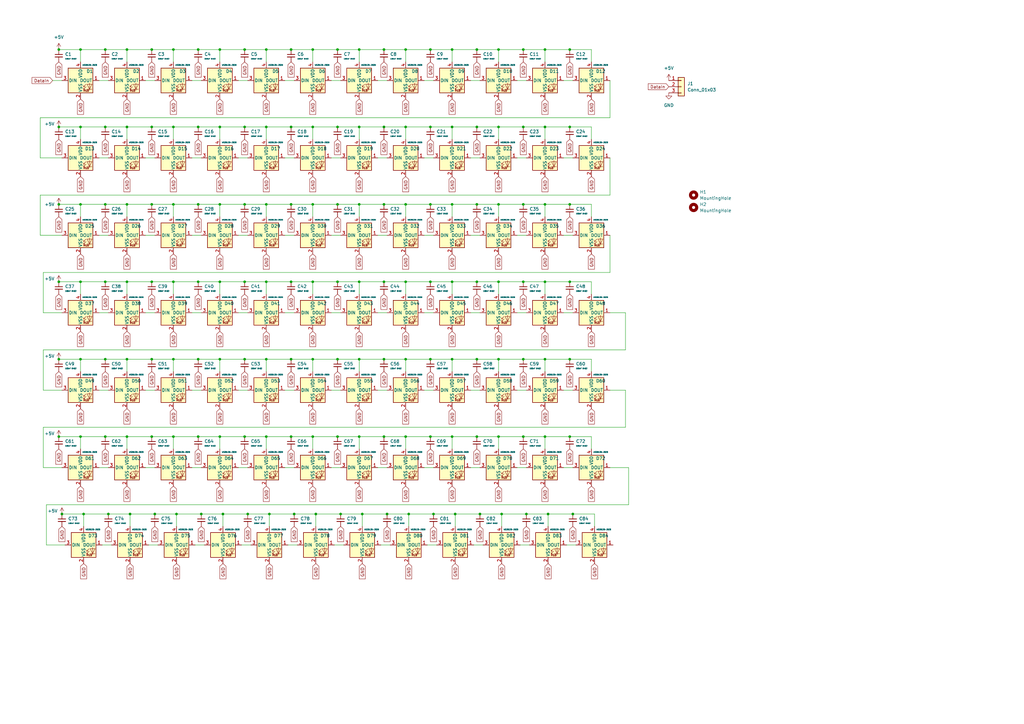
<source format=kicad_sch>
(kicad_sch (version 20211123) (generator eeschema)
  (paper "A3")
  (junction (at 52.07 147.32))
  (junction (at 185.42 147.32))
  (junction (at 43.18 179.07))
  (junction (at 166.37 179.07))
  (junction (at 90.17 147.32))
  (junction (at 120.65 210.82))
  (junction (at 195.58 179.07))
  (junction (at 100.33 52.07))
  (junction (at 90.17 115.57))
  (junction (at 147.32 83.82))
  (junction (at 158.75 210.82))
  (junction (at 138.43 20.32))
  (junction (at 157.48 52.07))
  (junction (at 214.63 20.32))
  (junction (at 128.27 20.32))
  (junction (at 24.13 20.32))
  (junction (at 176.53 52.07))
  (junction (at 52.07 115.57))
  (junction (at 91.44 210.82))
  (junction (at 166.37 147.32))
  (junction (at 62.23 83.82))
  (junction (at 214.63 52.07))
  (junction (at 44.45 210.82))
  (junction (at 24.13 115.57))
  (junction (at 204.47 179.07))
  (junction (at 138.43 147.32))
  (junction (at 138.43 52.07))
  (junction (at 128.27 179.07))
  (junction (at 185.42 52.07))
  (junction (at 109.22 179.07))
  (junction (at 63.5 210.82))
  (junction (at 100.33 115.57))
  (junction (at 195.58 52.07))
  (junction (at 157.48 179.07))
  (junction (at 233.68 20.32))
  (junction (at 214.63 115.57))
  (junction (at 71.12 147.32))
  (junction (at 33.02 115.57))
  (junction (at 223.52 115.57))
  (junction (at 81.28 179.07))
  (junction (at 109.22 115.57))
  (junction (at 166.37 83.82))
  (junction (at 185.42 20.32))
  (junction (at 176.53 147.32))
  (junction (at 62.23 179.07))
  (junction (at 204.47 147.32))
  (junction (at 33.02 179.07))
  (junction (at 166.37 115.57))
  (junction (at 233.68 147.32))
  (junction (at 62.23 147.32))
  (junction (at 71.12 20.32))
  (junction (at 43.18 20.32))
  (junction (at 204.47 52.07))
  (junction (at 24.13 52.07))
  (junction (at 43.18 147.32))
  (junction (at 52.07 179.07))
  (junction (at 195.58 83.82))
  (junction (at 223.52 147.32))
  (junction (at 147.32 147.32))
  (junction (at 147.32 52.07))
  (junction (at 185.42 83.82))
  (junction (at 148.59 210.82))
  (junction (at 52.07 52.07))
  (junction (at 214.63 147.32))
  (junction (at 195.58 20.32))
  (junction (at 119.38 147.32))
  (junction (at 119.38 52.07))
  (junction (at 166.37 52.07))
  (junction (at 100.33 20.32))
  (junction (at 214.63 83.82))
  (junction (at 185.42 115.57))
  (junction (at 157.48 115.57))
  (junction (at 90.17 20.32))
  (junction (at 223.52 52.07))
  (junction (at 233.68 83.82))
  (junction (at 119.38 20.32))
  (junction (at 223.52 20.32))
  (junction (at 52.07 83.82))
  (junction (at 81.28 147.32))
  (junction (at 52.07 20.32))
  (junction (at 205.74 210.82))
  (junction (at 176.53 179.07))
  (junction (at 81.28 83.82))
  (junction (at 119.38 83.82))
  (junction (at 157.48 20.32))
  (junction (at 138.43 115.57))
  (junction (at 224.79 210.82))
  (junction (at 139.7 210.82))
  (junction (at 109.22 83.82))
  (junction (at 71.12 52.07))
  (junction (at 157.48 83.82))
  (junction (at 100.33 83.82))
  (junction (at 157.48 147.32))
  (junction (at 147.32 20.32))
  (junction (at 62.23 115.57))
  (junction (at 53.34 210.82))
  (junction (at 110.49 210.82))
  (junction (at 24.13 83.82))
  (junction (at 109.22 20.32))
  (junction (at 233.68 115.57))
  (junction (at 71.12 115.57))
  (junction (at 128.27 115.57))
  (junction (at 43.18 115.57))
  (junction (at 204.47 83.82))
  (junction (at 138.43 179.07))
  (junction (at 71.12 83.82))
  (junction (at 128.27 52.07))
  (junction (at 109.22 147.32))
  (junction (at 176.53 83.82))
  (junction (at 101.6 210.82))
  (junction (at 186.69 210.82))
  (junction (at 72.39 210.82))
  (junction (at 215.9 210.82))
  (junction (at 204.47 115.57))
  (junction (at 24.13 147.32))
  (junction (at 82.55 210.82))
  (junction (at 119.38 179.07))
  (junction (at 43.18 83.82))
  (junction (at 233.68 52.07))
  (junction (at 24.13 179.07))
  (junction (at 167.64 210.82))
  (junction (at 71.12 179.07))
  (junction (at 81.28 52.07))
  (junction (at 109.22 52.07))
  (junction (at 33.02 83.82))
  (junction (at 100.33 147.32))
  (junction (at 176.53 115.57))
  (junction (at 90.17 52.07))
  (junction (at 62.23 52.07))
  (junction (at 204.47 20.32))
  (junction (at 33.02 52.07))
  (junction (at 43.18 52.07))
  (junction (at 25.4 210.82))
  (junction (at 62.23 20.32))
  (junction (at 176.53 20.32))
  (junction (at 128.27 83.82))
  (junction (at 100.33 179.07))
  (junction (at 195.58 147.32))
  (junction (at 33.02 147.32))
  (junction (at 223.52 83.82))
  (junction (at 81.28 20.32))
  (junction (at 196.85 210.82))
  (junction (at 34.29 210.82))
  (junction (at 138.43 83.82))
  (junction (at 233.68 179.07))
  (junction (at 214.63 179.07))
  (junction (at 223.52 179.07))
  (junction (at 119.38 115.57))
  (junction (at 147.32 115.57))
  (junction (at 81.28 115.57))
  (junction (at 234.95 210.82))
  (junction (at 166.37 20.32))
  (junction (at 177.8 210.82))
  (junction (at 90.17 179.07))
  (junction (at 185.42 179.07))
  (junction (at 128.27 147.32))
  (junction (at 129.54 210.82))
  (junction (at 90.17 83.82))
  (junction (at 195.58 115.57))
  (junction (at 147.32 179.07))
  (junction (at 33.02 20.32))
  (wire (pts (xy 71.12 147.32) (xy 71.12 152.4)))
  (wire (pts (xy 90.17 20.32) (xy 90.17 25.4)))
  (wire (pts (xy 71.12 52.07) (xy 81.28 52.07)))
  (wire (pts (xy 63.5 210.82) (xy 72.39 210.82)))
  (wire (pts (xy 205.74 210.82) (xy 215.9 210.82)))
  (wire (pts (xy 116.84 96.52) (xy 120.65 96.52)))
  (wire (pts (xy 24.13 83.82) (xy 33.02 83.82)))
  (wire (pts (xy 81.28 20.32) (xy 90.17 20.32)))
  (wire (pts (xy 167.64 210.82) (xy 177.8 210.82)))
  (wire (pts (xy 232.41 223.52) (xy 236.22 223.52)))
  (wire (pts (xy 242.57 115.57) (xy 242.57 120.65)))
  (wire (pts (xy 25.4 210.82) (xy 34.29 210.82)))
  (wire (pts (xy 242.57 147.32) (xy 242.57 152.4)))
  (wire (pts (xy 100.33 52.07) (xy 109.22 52.07)))
  (wire (pts (xy 233.68 83.82) (xy 242.57 83.82)))
  (wire (pts (xy 204.47 83.82) (xy 204.47 88.9)))
  (wire (pts (xy 139.7 210.82) (xy 148.59 210.82)))
  (wire (pts (xy 43.18 115.57) (xy 52.07 115.57)))
  (wire (pts (xy 223.52 83.82) (xy 223.52 88.9)))
  (wire (pts (xy 62.23 115.57) (xy 71.12 115.57)))
  (wire (pts (xy 16.51 80.01) (xy 16.51 96.52)))
  (wire (pts (xy 204.47 179.07) (xy 214.63 179.07)))
  (wire (pts (xy 52.07 147.32) (xy 62.23 147.32)))
  (wire (pts (xy 231.14 64.77) (xy 234.95 64.77)))
  (wire (pts (xy 212.09 128.27) (xy 215.9 128.27)))
  (wire (pts (xy 116.84 128.27) (xy 120.65 128.27)))
  (wire (pts (xy 40.64 160.02) (xy 44.45 160.02)))
  (wire (pts (xy 82.55 210.82) (xy 91.44 210.82)))
  (wire (pts (xy 195.58 179.07) (xy 204.47 179.07)))
  (wire (pts (xy 138.43 83.82) (xy 147.32 83.82)))
  (wire (pts (xy 90.17 179.07) (xy 90.17 184.15)))
  (wire (pts (xy 71.12 115.57) (xy 81.28 115.57)))
  (wire (pts (xy 135.89 33.02) (xy 139.7 33.02)))
  (wire (pts (xy 19.05 207.01) (xy 257.81 207.01)))
  (wire (pts (xy 91.44 210.82) (xy 91.44 215.9)))
  (wire (pts (xy 185.42 147.32) (xy 185.42 152.4)))
  (wire (pts (xy 78.74 160.02) (xy 82.55 160.02)))
  (wire (pts (xy 176.53 179.07) (xy 185.42 179.07)))
  (wire (pts (xy 90.17 179.07) (xy 100.33 179.07)))
  (wire (pts (xy 204.47 115.57) (xy 204.47 120.65)))
  (wire (pts (xy 204.47 147.32) (xy 214.63 147.32)))
  (wire (pts (xy 59.69 191.77) (xy 63.5 191.77)))
  (wire (pts (xy 81.28 115.57) (xy 90.17 115.57)))
  (wire (pts (xy 185.42 52.07) (xy 195.58 52.07)))
  (wire (pts (xy 33.02 20.32) (xy 33.02 25.4)))
  (wire (pts (xy 166.37 179.07) (xy 176.53 179.07)))
  (wire (pts (xy 243.84 210.82) (xy 243.84 215.9)))
  (wire (pts (xy 193.04 96.52) (xy 196.85 96.52)))
  (wire (pts (xy 195.58 83.82) (xy 204.47 83.82)))
  (wire (pts (xy 147.32 52.07) (xy 157.48 52.07)))
  (wire (pts (xy 158.75 210.82) (xy 167.64 210.82)))
  (wire (pts (xy 233.68 147.32) (xy 242.57 147.32)))
  (wire (pts (xy 147.32 115.57) (xy 157.48 115.57)))
  (wire (pts (xy 154.94 33.02) (xy 158.75 33.02)))
  (wire (pts (xy 195.58 52.07) (xy 204.47 52.07)))
  (wire (pts (xy 72.39 210.82) (xy 72.39 215.9)))
  (wire (pts (xy 166.37 147.32) (xy 176.53 147.32)))
  (wire (pts (xy 223.52 147.32) (xy 223.52 152.4)))
  (wire (pts (xy 204.47 147.32) (xy 204.47 152.4)))
  (wire (pts (xy 33.02 83.82) (xy 43.18 83.82)))
  (wire (pts (xy 204.47 52.07) (xy 204.47 57.15)))
  (wire (pts (xy 138.43 179.07) (xy 147.32 179.07)))
  (wire (pts (xy 223.52 20.32) (xy 223.52 25.4)))
  (wire (pts (xy 97.79 64.77) (xy 101.6 64.77)))
  (wire (pts (xy 43.18 52.07) (xy 52.07 52.07)))
  (wire (pts (xy 100.33 83.82) (xy 109.22 83.82)))
  (wire (pts (xy 19.05 223.52) (xy 26.67 223.52)))
  (wire (pts (xy 90.17 147.32) (xy 90.17 152.4)))
  (wire (pts (xy 17.78 175.26) (xy 17.78 191.77)))
  (wire (pts (xy 157.48 52.07) (xy 166.37 52.07)))
  (wire (pts (xy 223.52 115.57) (xy 223.52 120.65)))
  (wire (pts (xy 193.04 33.02) (xy 196.85 33.02)))
  (wire (pts (xy 71.12 20.32) (xy 71.12 25.4)))
  (wire (pts (xy 154.94 160.02) (xy 158.75 160.02)))
  (wire (pts (xy 100.33 147.32) (xy 109.22 147.32)))
  (wire (pts (xy 81.28 83.82) (xy 90.17 83.82)))
  (wire (pts (xy 242.57 20.32) (xy 242.57 25.4)))
  (wire (pts (xy 156.21 223.52) (xy 160.02 223.52)))
  (wire (pts (xy 52.07 147.32) (xy 52.07 152.4)))
  (wire (pts (xy 71.12 52.07) (xy 71.12 57.15)))
  (wire (pts (xy 135.89 191.77) (xy 139.7 191.77)))
  (wire (pts (xy 97.79 160.02) (xy 101.6 160.02)))
  (wire (pts (xy 166.37 115.57) (xy 176.53 115.57)))
  (wire (pts (xy 90.17 147.32) (xy 100.33 147.32)))
  (wire (pts (xy 193.04 191.77) (xy 196.85 191.77)))
  (wire (pts (xy 17.78 128.27) (xy 25.4 128.27)))
  (wire (pts (xy 109.22 115.57) (xy 119.38 115.57)))
  (wire (pts (xy 71.12 83.82) (xy 81.28 83.82)))
  (wire (pts (xy 80.01 223.52) (xy 83.82 223.52)))
  (wire (pts (xy 90.17 52.07) (xy 90.17 57.15)))
  (wire (pts (xy 62.23 179.07) (xy 71.12 179.07)))
  (wire (pts (xy 119.38 83.82) (xy 128.27 83.82)))
  (wire (pts (xy 128.27 52.07) (xy 138.43 52.07)))
  (wire (pts (xy 147.32 20.32) (xy 157.48 20.32)))
  (wire (pts (xy 128.27 147.32) (xy 128.27 152.4)))
  (wire (pts (xy 81.28 147.32) (xy 90.17 147.32)))
  (wire (pts (xy 33.02 147.32) (xy 43.18 147.32)))
  (wire (pts (xy 40.64 33.02) (xy 44.45 33.02)))
  (wire (pts (xy 99.06 223.52) (xy 102.87 223.52)))
  (wire (pts (xy 167.64 210.82) (xy 167.64 215.9)))
  (wire (pts (xy 233.68 20.32) (xy 242.57 20.32)))
  (wire (pts (xy 81.28 52.07) (xy 90.17 52.07)))
  (wire (pts (xy 185.42 20.32) (xy 185.42 25.4)))
  (wire (pts (xy 157.48 179.07) (xy 166.37 179.07)))
  (wire (pts (xy 78.74 191.77) (xy 82.55 191.77)))
  (wire (pts (xy 212.09 160.02) (xy 215.9 160.02)))
  (wire (pts (xy 138.43 115.57) (xy 147.32 115.57)))
  (wire (pts (xy 231.14 128.27) (xy 234.95 128.27)))
  (wire (pts (xy 148.59 210.82) (xy 158.75 210.82)))
  (wire (pts (xy 128.27 20.32) (xy 128.27 25.4)))
  (wire (pts (xy 40.64 96.52) (xy 44.45 96.52)))
  (wire (pts (xy 186.69 210.82) (xy 196.85 210.82)))
  (wire (pts (xy 212.09 64.77) (xy 215.9 64.77)))
  (wire (pts (xy 78.74 128.27) (xy 82.55 128.27)))
  (wire (pts (xy 128.27 179.07) (xy 138.43 179.07)))
  (wire (pts (xy 166.37 115.57) (xy 166.37 120.65)))
  (wire (pts (xy 204.47 20.32) (xy 214.63 20.32)))
  (wire (pts (xy 119.38 52.07) (xy 128.27 52.07)))
  (wire (pts (xy 185.42 115.57) (xy 185.42 120.65)))
  (wire (pts (xy 24.13 179.07) (xy 33.02 179.07)))
  (wire (pts (xy 256.54 175.26) (xy 256.54 160.02)))
  (wire (pts (xy 128.27 83.82) (xy 128.27 88.9)))
  (wire (pts (xy 43.18 147.32) (xy 52.07 147.32)))
  (wire (pts (xy 62.23 147.32) (xy 71.12 147.32)))
  (wire (pts (xy 250.19 48.26) (xy 16.51 48.26)))
  (wire (pts (xy 41.91 223.52) (xy 45.72 223.52)))
  (wire (pts (xy 256.54 160.02) (xy 250.19 160.02)))
  (wire (pts (xy 116.84 33.02) (xy 120.65 33.02)))
  (wire (pts (xy 147.32 83.82) (xy 157.48 83.82)))
  (wire (pts (xy 118.11 223.52) (xy 121.92 223.52)))
  (wire (pts (xy 17.78 191.77) (xy 25.4 191.77)))
  (wire (pts (xy 176.53 115.57) (xy 185.42 115.57)))
  (wire (pts (xy 147.32 52.07) (xy 147.32 57.15)))
  (wire (pts (xy 138.43 20.32) (xy 147.32 20.32)))
  (wire (pts (xy 52.07 83.82) (xy 52.07 88.9)))
  (wire (pts (xy 257.81 207.01) (xy 257.81 191.77)))
  (wire (pts (xy 147.32 83.82) (xy 147.32 88.9)))
  (wire (pts (xy 53.34 210.82) (xy 53.34 215.9)))
  (wire (pts (xy 148.59 210.82) (xy 148.59 215.9)))
  (wire (pts (xy 157.48 20.32) (xy 166.37 20.32)))
  (wire (pts (xy 78.74 33.02) (xy 82.55 33.02)))
  (wire (pts (xy 231.14 33.02) (xy 234.95 33.02)))
  (wire (pts (xy 33.02 115.57) (xy 43.18 115.57)))
  (wire (pts (xy 16.51 48.26) (xy 16.51 64.77)))
  (wire (pts (xy 128.27 147.32) (xy 138.43 147.32)))
  (wire (pts (xy 97.79 191.77) (xy 101.6 191.77)))
  (wire (pts (xy 53.34 210.82) (xy 63.5 210.82)))
  (wire (pts (xy 62.23 20.32) (xy 71.12 20.32)))
  (wire (pts (xy 193.04 160.02) (xy 196.85 160.02)))
  (wire (pts (xy 186.69 210.82) (xy 186.69 215.9)))
  (wire (pts (xy 176.53 20.32) (xy 185.42 20.32)))
  (wire (pts (xy 17.78 143.51) (xy 17.78 160.02)))
  (wire (pts (xy 176.53 52.07) (xy 185.42 52.07)))
  (wire (pts (xy 110.49 210.82) (xy 120.65 210.82)))
  (wire (pts (xy 224.79 210.82) (xy 234.95 210.82)))
  (wire (pts (xy 34.29 210.82) (xy 34.29 215.9)))
  (wire (pts (xy 212.09 191.77) (xy 215.9 191.77)))
  (wire (pts (xy 212.09 96.52) (xy 215.9 96.52)))
  (wire (pts (xy 185.42 20.32) (xy 195.58 20.32)))
  (wire (pts (xy 234.95 210.82) (xy 243.84 210.82)))
  (wire (pts (xy 214.63 20.32) (xy 223.52 20.32)))
  (wire (pts (xy 109.22 20.32) (xy 109.22 25.4)))
  (wire (pts (xy 231.14 191.77) (xy 234.95 191.77)))
  (wire (pts (xy 176.53 83.82) (xy 185.42 83.82)))
  (wire (pts (xy 173.99 64.77) (xy 177.8 64.77)))
  (wire (pts (xy 135.89 160.02) (xy 139.7 160.02)))
  (wire (pts (xy 128.27 52.07) (xy 128.27 57.15)))
  (wire (pts (xy 214.63 52.07) (xy 223.52 52.07)))
  (wire (pts (xy 97.79 96.52) (xy 101.6 96.52)))
  (wire (pts (xy 34.29 210.82) (xy 44.45 210.82)))
  (wire (pts (xy 78.74 64.77) (xy 82.55 64.77)))
  (wire (pts (xy 16.51 64.77) (xy 25.4 64.77)))
  (wire (pts (xy 185.42 52.07) (xy 185.42 57.15)))
  (wire (pts (xy 215.9 210.82) (xy 224.79 210.82)))
  (wire (pts (xy 21.59 33.02) (xy 25.4 33.02)))
  (wire (pts (xy 204.47 115.57) (xy 214.63 115.57)))
  (wire (pts (xy 204.47 20.32) (xy 204.47 25.4)))
  (wire (pts (xy 119.38 20.32) (xy 128.27 20.32)))
  (wire (pts (xy 33.02 20.32) (xy 43.18 20.32)))
  (wire (pts (xy 33.02 179.07) (xy 43.18 179.07)))
  (wire (pts (xy 193.04 128.27) (xy 196.85 128.27)))
  (wire (pts (xy 33.02 147.32) (xy 33.02 152.4)))
  (wire (pts (xy 59.69 33.02) (xy 63.5 33.02)))
  (wire (pts (xy 17.78 143.51) (xy 256.54 143.51)))
  (wire (pts (xy 157.48 147.32) (xy 166.37 147.32)))
  (wire (pts (xy 59.69 160.02) (xy 63.5 160.02)))
  (wire (pts (xy 173.99 96.52) (xy 177.8 96.52)))
  (wire (pts (xy 128.27 20.32) (xy 138.43 20.32)))
  (wire (pts (xy 17.78 111.76) (xy 17.78 128.27)))
  (wire (pts (xy 205.74 210.82) (xy 205.74 215.9)))
  (wire (pts (xy 195.58 20.32) (xy 204.47 20.32)))
  (wire (pts (xy 33.02 52.07) (xy 43.18 52.07)))
  (wire (pts (xy 204.47 179.07) (xy 204.47 184.15)))
  (wire (pts (xy 147.32 179.07) (xy 157.48 179.07)))
  (wire (pts (xy 101.6 210.82) (xy 110.49 210.82)))
  (wire (pts (xy 223.52 179.07) (xy 223.52 184.15)))
  (wire (pts (xy 40.64 64.77) (xy 44.45 64.77)))
  (wire (pts (xy 185.42 147.32) (xy 195.58 147.32)))
  (wire (pts (xy 100.33 115.57) (xy 109.22 115.57)))
  (wire (pts (xy 154.94 96.52) (xy 158.75 96.52)))
  (wire (pts (xy 135.89 64.77) (xy 139.7 64.77)))
  (wire (pts (xy 138.43 52.07) (xy 147.32 52.07)))
  (wire (pts (xy 90.17 20.32) (xy 100.33 20.32)))
  (wire (pts (xy 173.99 191.77) (xy 177.8 191.77)))
  (wire (pts (xy 166.37 83.82) (xy 176.53 83.82)))
  (wire (pts (xy 185.42 83.82) (xy 185.42 88.9)))
  (wire (pts (xy 52.07 179.07) (xy 62.23 179.07)))
  (wire (pts (xy 185.42 83.82) (xy 195.58 83.82)))
  (wire (pts (xy 166.37 83.82) (xy 166.37 88.9)))
  (wire (pts (xy 223.52 20.32) (xy 233.68 20.32)))
  (wire (pts (xy 119.38 147.32) (xy 128.27 147.32)))
  (wire (pts (xy 242.57 83.82) (xy 242.57 88.9)))
  (wire (pts (xy 71.12 179.07) (xy 81.28 179.07)))
  (wire (pts (xy 116.84 160.02) (xy 120.65 160.02)))
  (wire (pts (xy 212.09 33.02) (xy 215.9 33.02)))
  (wire (pts (xy 137.16 223.52) (xy 140.97 223.52)))
  (wire (pts (xy 90.17 83.82) (xy 90.17 88.9)))
  (wire (pts (xy 154.94 191.77) (xy 158.75 191.77)))
  (wire (pts (xy 33.02 52.07) (xy 33.02 57.15)))
  (wire (pts (xy 109.22 83.82) (xy 119.38 83.82)))
  (wire (pts (xy 223.52 52.07) (xy 233.68 52.07)))
  (wire (pts (xy 109.22 115.57) (xy 109.22 120.65)))
  (wire (pts (xy 176.53 147.32) (xy 185.42 147.32)))
  (wire (pts (xy 154.94 64.77) (xy 158.75 64.77)))
  (wire (pts (xy 90.17 115.57) (xy 90.17 120.65)))
  (wire (pts (xy 71.12 147.32) (xy 81.28 147.32)))
  (wire (pts (xy 116.84 64.77) (xy 120.65 64.77)))
  (wire (pts (xy 109.22 147.32) (xy 119.38 147.32)))
  (wire (pts (xy 173.99 160.02) (xy 177.8 160.02)))
  (wire (pts (xy 33.02 115.57) (xy 33.02 120.65)))
  (wire (pts (xy 138.43 147.32) (xy 147.32 147.32)))
  (wire (pts (xy 256.54 143.51) (xy 256.54 128.27)))
  (wire (pts (xy 44.45 210.82) (xy 53.34 210.82)))
  (wire (pts (xy 71.12 115.57) (xy 71.12 120.65)))
  (wire (pts (xy 128.27 115.57) (xy 138.43 115.57)))
  (wire (pts (xy 250.19 96.52) (xy 250.19 111.76)))
  (wire (pts (xy 90.17 52.07) (xy 100.33 52.07)))
  (wire (pts (xy 33.02 179.07) (xy 33.02 184.15)))
  (wire (pts (xy 193.04 64.77) (xy 196.85 64.77)))
  (wire (pts (xy 43.18 83.82) (xy 52.07 83.82)))
  (wire (pts (xy 52.07 179.07) (xy 52.07 184.15)))
  (wire (pts (xy 71.12 20.32) (xy 81.28 20.32)))
  (wire (pts (xy 71.12 83.82) (xy 71.12 88.9)))
  (wire (pts (xy 24.13 52.07) (xy 33.02 52.07)))
  (wire (pts (xy 17.78 160.02) (xy 25.4 160.02)))
  (wire (pts (xy 194.31 223.52) (xy 198.12 223.52)))
  (wire (pts (xy 90.17 115.57) (xy 100.33 115.57)))
  (wire (pts (xy 62.23 83.82) (xy 71.12 83.82)))
  (wire (pts (xy 119.38 179.07) (xy 128.27 179.07)))
  (wire (pts (xy 256.54 128.27) (xy 250.19 128.27)))
  (wire (pts (xy 52.07 52.07) (xy 52.07 57.15)))
  (wire (pts (xy 60.96 223.52) (xy 64.77 223.52)))
  (wire (pts (xy 214.63 83.82) (xy 223.52 83.82)))
  (wire (pts (xy 100.33 20.32) (xy 109.22 20.32)))
  (wire (pts (xy 109.22 52.07) (xy 119.38 52.07)))
  (wire (pts (xy 129.54 210.82) (xy 129.54 215.9)))
  (wire (pts (xy 109.22 179.07) (xy 119.38 179.07)))
  (wire (pts (xy 59.69 64.77) (xy 63.5 64.77)))
  (wire (pts (xy 147.32 20.32) (xy 147.32 25.4)))
  (wire (pts (xy 231.14 96.52) (xy 234.95 96.52)))
  (wire (pts (xy 43.18 179.07) (xy 52.07 179.07)))
  (wire (pts (xy 128.27 179.07) (xy 128.27 184.15)))
  (wire (pts (xy 16.51 96.52) (xy 25.4 96.52)))
  (wire (pts (xy 214.63 147.32) (xy 223.52 147.32)))
  (wire (pts (xy 223.52 115.57) (xy 233.68 115.57)))
  (wire (pts (xy 128.27 83.82) (xy 138.43 83.82)))
  (wire (pts (xy 78.74 96.52) (xy 82.55 96.52)))
  (wire (pts (xy 129.54 210.82) (xy 139.7 210.82)))
  (wire (pts (xy 166.37 20.32) (xy 176.53 20.32)))
  (wire (pts (xy 24.13 147.32) (xy 33.02 147.32)))
  (wire (pts (xy 257.81 191.77) (xy 250.19 191.77)))
  (wire (pts (xy 195.58 147.32) (xy 204.47 147.32)))
  (wire (pts (xy 166.37 179.07) (xy 166.37 184.15)))
  (wire (pts (xy 109.22 147.32) (xy 109.22 152.4)))
  (wire (pts (xy 90.17 83.82) (xy 100.33 83.82)))
  (wire (pts (xy 204.47 52.07) (xy 214.63 52.07)))
  (wire (pts (xy 196.85 210.82) (xy 205.74 210.82)))
  (wire (pts (xy 135.89 128.27) (xy 139.7 128.27)))
  (wire (pts (xy 185.42 115.57) (xy 195.58 115.57)))
  (wire (pts (xy 214.63 179.07) (xy 223.52 179.07)))
  (wire (pts (xy 147.32 179.07) (xy 147.32 184.15)))
  (wire (pts (xy 62.23 52.07) (xy 71.12 52.07)))
  (wire (pts (xy 119.38 115.57) (xy 128.27 115.57)))
  (wire (pts (xy 185.42 179.07) (xy 185.42 184.15)))
  (wire (pts (xy 242.57 179.07) (xy 242.57 184.15)))
  (wire (pts (xy 157.48 115.57) (xy 166.37 115.57)))
  (wire (pts (xy 40.64 191.77) (xy 44.45 191.77)))
  (wire (pts (xy 166.37 52.07) (xy 176.53 52.07)))
  (wire (pts (xy 97.79 33.02) (xy 101.6 33.02)))
  (wire (pts (xy 135.89 96.52) (xy 139.7 96.52)))
  (wire (pts (xy 242.57 52.07) (xy 242.57 57.15)))
  (wire (pts (xy 223.52 179.07) (xy 233.68 179.07)))
  (wire (pts (xy 185.42 179.07) (xy 195.58 179.07)))
  (wire (pts (xy 110.49 210.82) (xy 110.49 215.9)))
  (wire (pts (xy 109.22 52.07) (xy 109.22 57.15)))
  (wire (pts (xy 157.48 83.82) (xy 166.37 83.82)))
  (wire (pts (xy 177.8 210.82) (xy 186.69 210.82)))
  (wire (pts (xy 250.19 80.01) (xy 16.51 80.01)))
  (wire (pts (xy 204.47 83.82) (xy 214.63 83.82)))
  (wire (pts (xy 224.79 210.82) (xy 224.79 215.9)))
  (wire (pts (xy 147.32 147.32) (xy 147.32 152.4)))
  (wire (pts (xy 33.02 83.82) (xy 33.02 88.9)))
  (wire (pts (xy 128.27 115.57) (xy 128.27 120.65)))
  (wire (pts (xy 24.13 20.32) (xy 33.02 20.32)))
  (wire (pts (xy 147.32 147.32) (xy 157.48 147.32)))
  (wire (pts (xy 17.78 175.26) (xy 256.54 175.26)))
  (wire (pts (xy 40.64 128.27) (xy 44.45 128.27)))
  (wire (pts (xy 109.22 83.82) (xy 109.22 88.9)))
  (wire (pts (xy 173.99 128.27) (xy 177.8 128.27)))
  (wire (pts (xy 175.26 223.52) (xy 179.07 223.52)))
  (wire (pts (xy 166.37 20.32) (xy 166.37 25.4)))
  (wire (pts (xy 24.13 115.57) (xy 33.02 115.57)))
  (wire (pts (xy 250.19 111.76) (xy 17.78 111.76)))
  (wire (pts (xy 52.07 115.57) (xy 52.07 120.65)))
  (wire (pts (xy 154.94 128.27) (xy 158.75 128.27)))
  (wire (pts (xy 250.19 64.77) (xy 250.19 80.01)))
  (wire (pts (xy 43.18 20.32) (xy 52.07 20.32)))
  (wire (pts (xy 233.68 52.07) (xy 242.57 52.07)))
  (wire (pts (xy 52.07 83.82) (xy 62.23 83.82)))
  (wire (pts (xy 166.37 52.07) (xy 166.37 57.15)))
  (wire (pts (xy 223.52 52.07) (xy 223.52 57.15)))
  (wire (pts (xy 213.36 223.52) (xy 217.17 223.52)))
  (wire (pts (xy 97.79 128.27) (xy 101.6 128.27)))
  (wire (pts (xy 52.07 20.32) (xy 52.07 25.4)))
  (wire (pts (xy 72.39 210.82) (xy 82.55 210.82)))
  (wire (pts (xy 250.19 33.02) (xy 250.19 48.26)))
  (wire (pts (xy 81.28 179.07) (xy 90.17 179.07)))
  (wire (pts (xy 59.69 128.27) (xy 63.5 128.27)))
  (wire (pts (xy 173.99 33.02) (xy 177.8 33.02)))
  (wire (pts (xy 19.05 207.01) (xy 19.05 223.52)))
  (wire (pts (xy 52.07 52.07) (xy 62.23 52.07)))
  (wire (pts (xy 223.52 147.32) (xy 233.68 147.32)))
  (wire (pts (xy 91.44 210.82) (xy 101.6 210.82)))
  (wire (pts (xy 59.69 96.52) (xy 63.5 96.52)))
  (wire (pts (xy 233.68 179.07) (xy 242.57 179.07)))
  (wire (pts (xy 116.84 191.77) (xy 120.65 191.77)))
  (wire (pts (xy 214.63 115.57) (xy 223.52 115.57)))
  (wire (pts (xy 223.52 83.82) (xy 233.68 83.82)))
  (wire (pts (xy 109.22 179.07) (xy 109.22 184.15)))
  (wire (pts (xy 52.07 115.57) (xy 62.23 115.57)))
  (wire (pts (xy 100.33 179.07) (xy 109.22 179.07)))
  (wire (pts (xy 166.37 147.32) (xy 166.37 152.4)))
  (wire (pts (xy 71.12 179.07) (xy 71.12 184.15)))
  (wire (pts (xy 52.07 20.32) (xy 62.23 20.32)))
  (wire (pts (xy 231.14 160.02) (xy 234.95 160.02)))
  (wire (pts (xy 120.65 210.82) (xy 129.54 210.82)))
  (wire (pts (xy 109.22 20.32) (xy 119.38 20.32)))
  (wire (pts (xy 147.32 115.57) (xy 147.32 120.65)))
  (wire (pts (xy 233.68 115.57) (xy 242.57 115.57)))
  (wire (pts (xy 195.58 115.57) (xy 204.47 115.57)))
  (global_label "GND" (shape input) (at 100.33 120.65 270) (property "Intersheet References" "${INTERSHEET_REFS}" (effects hide)))
  (global_label "GND" (shape input) (at 157.48 88.9 270) (property "Intersheet References" "${INTERSHEET_REFS}" (effects hide)))
  (global_label "GND" (shape input) (at 166.37 104.14 270) (property "Intersheet References" "${INTERSHEET_REFS}" (effects hide)))
  (global_label "GND" (shape input) (at 176.53 25.4 270) (property "Intersheet References" "${INTERSHEET_REFS}" (effects hide)))
  (global_label "GND" (shape input) (at 119.38 57.15 270) (property "Intersheet References" "${INTERSHEET_REFS}" (effects hide)))
  (global_label "GND" (shape input) (at 195.58 25.4 270) (property "Intersheet References" "${INTERSHEET_REFS}" (effects hide)))
  (global_label "GND" (shape input) (at 223.52 72.39 270) (property "Intersheet References" "${INTERSHEET_REFS}" (effects hide)))
  (global_label "GND" (shape input) (at 138.43 184.15 270) (property "Intersheet References" "${INTERSHEET_REFS}" (effects hide)))
  (global_label "GND" (shape input) (at 100.33 152.4 270) (property "Intersheet References" "${INTERSHEET_REFS}" (effects hide)))
  (global_label "GND" (shape input) (at 119.38 25.4 270) (property "Intersheet References" "${INTERSHEET_REFS}" (effects hide)))
  (global_label "GND" (shape input) (at 157.48 152.4 270) (property "Intersheet References" "${INTERSHEET_REFS}" (effects hide)))
  (global_label "GND" (shape input) (at 90.17 104.14 270) (property "Intersheet References" "${INTERSHEET_REFS}" (effects hide)))
  (global_label "GND" (shape input) (at 167.64 231.14 270) (property "Intersheet References" "${INTERSHEET_REFS}" (effects hide)))
  (global_label "GND" (shape input) (at 185.42 72.39 270) (property "Intersheet References" "${INTERSHEET_REFS}" (effects hide)))
  (global_label "GND" (shape input) (at 90.17 135.89 270) (property "Intersheet References" "${INTERSHEET_REFS}" (effects hide)))
  (global_label "GND" (shape input) (at 233.68 120.65 270) (property "Intersheet References" "${INTERSHEET_REFS}" (effects hide)))
  (global_label "GND" (shape input) (at 101.6 215.9 270) (property "Intersheet References" "${INTERSHEET_REFS}" (effects hide)))
  (global_label "GND" (shape input) (at 109.22 72.39 270) (property "Intersheet References" "${INTERSHEET_REFS}" (effects hide)))
  (global_label "GND" (shape input) (at 128.27 40.64 270) (property "Intersheet References" "${INTERSHEET_REFS}" (effects hide)))
  (global_label "GND" (shape input) (at 43.18 184.15 270) (property "Intersheet References" "${INTERSHEET_REFS}" (effects hide)))
  (global_label "GND" (shape input) (at 177.8 215.9 270) (property "Intersheet References" "${INTERSHEET_REFS}" (effects hide)))
  (global_label "GND" (shape input) (at 109.22 135.89 270) (property "Intersheet References" "${INTERSHEET_REFS}" (effects hide)))
  (global_label "GND" (shape input) (at 71.12 135.89 270) (property "Intersheet References" "${INTERSHEET_REFS}" (effects hide)))
  (global_label "GND" (shape input) (at 24.13 88.9 270) (property "Intersheet References" "${INTERSHEET_REFS}" (effects hide)))
  (global_label "GND" (shape input) (at 90.17 167.64 270) (property "Intersheet References" "${INTERSHEET_REFS}" (effects hide)))
  (global_label "GND" (shape input) (at 128.27 72.39 270) (property "Intersheet References" "${INTERSHEET_REFS}" (effects hide)))
  (global_label "GND" (shape input) (at 195.58 152.4 270) (property "Intersheet References" "${INTERSHEET_REFS}" (effects hide)))
  (global_label "GND" (shape input) (at 242.57 135.89 270) (property "Intersheet References" "${INTERSHEET_REFS}" (effects hide)))
  (global_label "GND" (shape input) (at 62.23 184.15 270) (property "Intersheet References" "${INTERSHEET_REFS}" (effects hide)))
  (global_label "GND" (shape input) (at 33.02 199.39 270) (property "Intersheet References" "${INTERSHEET_REFS}" (effects hide)))
  (global_label "GND" (shape input) (at 109.22 104.14 270) (property "Intersheet References" "${INTERSHEET_REFS}" (effects hide)))
  (global_label "GND" (shape input) (at 33.02 104.14 270) (property "Intersheet References" "${INTERSHEET_REFS}" (effects hide)))
  (global_label "GND" (shape input) (at 71.12 199.39 270) (property "Intersheet References" "${INTERSHEET_REFS}" (effects hide)))
  (global_label "GND" (shape input) (at 109.22 199.39 270) (property "Intersheet References" "${INTERSHEET_REFS}" (effects hide)))
  (global_label "GND" (shape input) (at 109.22 40.64 270) (property "Intersheet References" "${INTERSHEET_REFS}" (effects hide)))
  (global_label "GND" (shape input) (at 196.85 215.9 270) (property "Intersheet References" "${INTERSHEET_REFS}" (effects hide)))
  (global_label "GND" (shape input) (at 62.23 120.65 270) (property "Intersheet References" "${INTERSHEET_REFS}" (effects hide)))
  (global_label "GND" (shape input) (at 43.18 57.15 270) (property "Intersheet References" "${INTERSHEET_REFS}" (effects hide)))
  (global_label "GND" (shape input) (at 71.12 167.64 270) (property "Intersheet References" "${INTERSHEET_REFS}" (effects hide)))
  (global_label "GND" (shape input) (at 223.52 104.14 270) (property "Intersheet References" "${INTERSHEET_REFS}" (effects hide)))
  (global_label "GND" (shape input) (at 215.9 215.9 270) (property "Intersheet References" "${INTERSHEET_REFS}" (effects hide)))
  (global_label "GND" (shape input) (at 62.23 25.4 270) (property "Intersheet References" "${INTERSHEET_REFS}" (effects hide)))
  (global_label "GND" (shape input) (at 138.43 25.4 270) (property "Intersheet References" "${INTERSHEET_REFS}" (effects hide)))
  (global_label "GND" (shape input) (at 53.34 231.14 270) (property "Intersheet References" "${INTERSHEET_REFS}" (effects hide)))
  (global_label "GND" (shape input) (at 63.5 215.9 270) (property "Intersheet References" "${INTERSHEET_REFS}" (effects hide)))
  (global_label "GND" (shape input) (at 100.33 25.4 270) (property "Intersheet References" "${INTERSHEET_REFS}" (effects hide)))
  (global_label "GND" (shape input) (at 176.53 88.9 270) (property "Intersheet References" "${INTERSHEET_REFS}" (effects hide)))
  (global_label "GND" (shape input) (at 139.7 215.9 270) (property "Intersheet References" "${INTERSHEET_REFS}" (effects hide)))
  (global_label "GND" (shape input) (at 24.13 25.4 270) (property "Intersheet References" "${INTERSHEET_REFS}" (effects hide)))
  (global_label "GND" (shape input) (at 185.42 104.14 270) (property "Intersheet References" "${INTERSHEET_REFS}" (effects hide)))
  (global_label "GND" (shape input) (at 33.02 135.89 270) (property "Intersheet References" "${INTERSHEET_REFS}" (effects hide)))
  (global_label "GND" (shape input) (at 52.07 40.64 270) (property "Intersheet References" "${INTERSHEET_REFS}" (effects hide)))
  (global_label "GND" (shape input) (at 147.32 72.39 270) (property "Intersheet References" "${INTERSHEET_REFS}" (effects hide)))
  (global_label "GND" (shape input) (at 233.68 25.4 270) (property "Intersheet References" "${INTERSHEET_REFS}" (effects hide)))
  (global_label "GND" (shape input) (at 157.48 25.4 270) (property "Intersheet References" "${INTERSHEET_REFS}" (effects hide)))
  (global_label "GND" (shape input) (at 128.27 167.64 270) (property "Intersheet References" "${INTERSHEET_REFS}" (effects hide)))
  (global_label "GND" (shape input) (at 233.68 184.15 270) (property "Intersheet References" "${INTERSHEET_REFS}" (effects hide)))
  (global_label "GND" (shape input) (at 90.17 199.39 270) (property "Intersheet References" "${INTERSHEET_REFS}" (effects hide)))
  (global_label "GND" (shape input) (at 204.47 199.39 270) (property "Intersheet References" "${INTERSHEET_REFS}" (effects hide)))
  (global_label "GND" (shape input) (at 242.57 72.39 270) (property "Intersheet References" "${INTERSHEET_REFS}" (effects hide)))
  (global_label "GND" (shape input) (at 157.48 120.65 270) (property "Intersheet References" "${INTERSHEET_REFS}" (effects hide)))
  (global_label "GND" (shape input) (at 128.27 199.39 270) (property "Intersheet References" "${INTERSHEET_REFS}" (effects hide)))
  (global_label "GND" (shape input) (at 33.02 40.64 270) (property "Intersheet References" "${INTERSHEET_REFS}" (effects hide)))
  (global_label "GND" (shape input) (at 81.28 184.15 270) (property "Intersheet References" "${INTERSHEET_REFS}" (effects hide)))
  (global_label "GND" (shape input) (at 62.23 57.15 270) (property "Intersheet References" "${INTERSHEET_REFS}" (effects hide)))
  (global_label "GND" (shape input) (at 242.57 167.64 270) (property "Intersheet References" "${INTERSHEET_REFS}" (effects hide)))
  (global_label "DataIn" (shape input) (at 21.59 33.02 180) (property "Intersheet References" "${INTERSHEET_REFS}" (effects hide)))
  (global_label "GND" (shape input) (at 214.63 88.9 270) (property "Intersheet References" "${INTERSHEET_REFS}" (effects hide)))
  (global_label "GND" (shape input) (at 110.49 231.14 270) (property "Intersheet References" "${INTERSHEET_REFS}" (effects hide)))
  (global_label "GND" (shape input) (at 147.32 199.39 270) (property "Intersheet References" "${INTERSHEET_REFS}" (effects hide)))
  (global_label "GND" (shape input) (at 81.28 120.65 270) (property "Intersheet References" "${INTERSHEET_REFS}" (effects hide)))
  (global_label "GND" (shape input) (at 138.43 88.9 270) (property "Intersheet References" "${INTERSHEET_REFS}" (effects hide)))
  (global_label "GND" (shape input) (at 62.23 88.9 270) (property "Intersheet References" "${INTERSHEET_REFS}" (effects hide)))
  (global_label "GND" (shape input) (at 129.54 231.14 270) (property "Intersheet References" "${INTERSHEET_REFS}" (effects hide)))
  (global_label "GND" (shape input) (at 109.22 167.64 270) (property "Intersheet References" "${INTERSHEET_REFS}" (effects hide)))
  (global_label "GND" (shape input) (at 223.52 167.64 270) (property "Intersheet References" "${INTERSHEET_REFS}" (effects hide)))
  (global_label "GND" (shape input) (at 223.52 40.64 270) (property "Intersheet References" "${INTERSHEET_REFS}" (effects hide)))
  (global_label "GND" (shape input) (at 166.37 135.89 270) (property "Intersheet References" "${INTERSHEET_REFS}" (effects hide)))
  (global_label "GND" (shape input) (at 100.33 88.9 270) (property "Intersheet References" "${INTERSHEET_REFS}" (effects hide)))
  (global_label "GND" (shape input) (at 157.48 57.15 270) (property "Intersheet References" "${INTERSHEET_REFS}" (effects hide)))
  (global_label "GND" (shape input) (at 138.43 152.4 270) (property "Intersheet References" "${INTERSHEET_REFS}" (effects hide)))
  (global_label "GND" (shape input) (at 81.28 57.15 270) (property "Intersheet References" "${INTERSHEET_REFS}" (effects hide)))
  (global_label "GND" (shape input) (at 62.23 152.4 270) (property "Intersheet References" "${INTERSHEET_REFS}" (effects hide)))
  (global_label "GND" (shape input) (at 147.32 135.89 270) (property "Intersheet References" "${INTERSHEET_REFS}" (effects hide)))
  (global_label "GND" (shape input) (at 224.79 231.14 270) (property "Intersheet References" "${INTERSHEET_REFS}" (effects hide)))
  (global_label "GND" (shape input) (at 185.42 40.64 270) (property "Intersheet References" "${INTERSHEET_REFS}" (effects hide)))
  (global_label "GND" (shape input) (at 119.38 152.4 270) (property "Intersheet References" "${INTERSHEET_REFS}" (effects hide)))
  (global_label "GND" (shape input) (at 43.18 25.4 270) (property "Intersheet References" "${INTERSHEET_REFS}" (effects hide)))
  (global_label "GND" (shape input) (at 204.47 40.64 270) (property "Intersheet References" "${INTERSHEET_REFS}" (effects hide)))
  (global_label "GND" (shape input) (at 24.13 57.15 270) (property "Intersheet References" "${INTERSHEET_REFS}" (effects hide)))
  (global_label "GND" (shape input) (at 81.28 25.4 270) (property "Intersheet References" "${INTERSHEET_REFS}" (effects hide)))
  (global_label "DataIn" (shape input) (at 274.32 35.56 180) (property "Intersheet References" "${INTERSHEET_REFS}" (effects hide)))
  (global_label "GND" (shape input) (at 147.32 167.64 270) (property "Intersheet References" "${INTERSHEET_REFS}" (effects hide)))
  (global_label "GND" (shape input) (at 91.44 231.14 270) (property "Intersheet References" "${INTERSHEET_REFS}" (effects hide)))
  (global_label "GND" (shape input) (at 166.37 199.39 270) (property "Intersheet References" "${INTERSHEET_REFS}" (effects hide)))
  (global_label "GND" (shape input) (at 185.42 199.39 270) (property "Intersheet References" "${INTERSHEET_REFS}" (effects hide)))
  (global_label "GND" (shape input) (at 52.07 167.64 270) (property "Intersheet References" "${INTERSHEET_REFS}" (effects hide)))
  (global_label "GND" (shape input) (at 100.33 184.15 270) (property "Intersheet References" "${INTERSHEET_REFS}" (effects hide)))
  (global_label "GND" (shape input) (at 52.07 72.39 270) (property "Intersheet References" "${INTERSHEET_REFS}" (effects hide)))
  (global_label "GND" (shape input) (at 33.02 72.39 270) (property "Intersheet References" "${INTERSHEET_REFS}" (effects hide)))
  (global_label "GND" (shape input) (at 166.37 40.64 270) (property "Intersheet References" "${INTERSHEET_REFS}" (effects hide)))
  (global_label "GND" (shape input) (at 81.28 152.4 270) (property "Intersheet References" "${INTERSHEET_REFS}" (effects hide)))
  (global_label "GND" (shape input) (at 204.47 167.64 270) (property "Intersheet References" "${INTERSHEET_REFS}" (effects hide)))
  (global_label "GND" (shape input) (at 204.47 135.89 270) (property "Intersheet References" "${INTERSHEET_REFS}" (effects hide)))
  (global_label "GND" (shape input) (at 71.12 104.14 270) (property "Intersheet References" "${INTERSHEET_REFS}" (effects hide)))
  (global_label "GND" (shape input) (at 52.07 104.14 270) (property "Intersheet References" "${INTERSHEET_REFS}" (effects hide)))
  (global_label "GND" (shape input) (at 223.52 135.89 270) (property "Intersheet References" "${INTERSHEET_REFS}" (effects hide)))
  (global_label "GND" (shape input) (at 166.37 72.39 270) (property "Intersheet References" "${INTERSHEET_REFS}" (effects hide)))
  (global_label "GND" (shape input) (at 204.47 104.14 270) (property "Intersheet References" "${INTERSHEET_REFS}" (effects hide)))
  (global_label "GND" (shape input) (at 148.59 231.14 270) (property "Intersheet References" "${INTERSHEET_REFS}" (effects hide)))
  (global_label "GND" (shape input) (at 233.68 152.4 270) (property "Intersheet References" "${INTERSHEET_REFS}" (effects hide)))
  (global_label "GND" (shape input) (at 205.74 231.14 270) (property "Intersheet References" "${INTERSHEET_REFS}" (effects hide)))
  (global_label "GND" (shape input) (at 128.27 135.89 270) (property "Intersheet References" "${INTERSHEET_REFS}" (effects hide)))
  (global_label "GND" (shape input) (at 128.27 104.14 270) (property "Intersheet References" "${INTERSHEET_REFS}" (effects hide)))
  (global_label "GND" (shape input) (at 234.95 215.9 270) (property "Intersheet References" "${INTERSHEET_REFS}" (effects hide)))
  (global_label "GND" (shape input) (at 43.18 88.9 270) (property "Intersheet References" "${INTERSHEET_REFS}" (effects hide)))
  (global_label "GND" (shape input) (at 214.63 57.15 270) (property "Intersheet References" "${INTERSHEET_REFS}" (effects hide)))
  (global_label "GND" (shape input) (at 120.65 215.9 270) (property "Intersheet References" "${INTERSHEET_REFS}" (effects hide)))
  (global_label "GND" (shape input) (at 147.32 40.64 270) (property "Intersheet References" "${INTERSHEET_REFS}" (effects hide)))
  (global_label "GND" (shape input) (at 100.33 57.15 270) (property "Intersheet References" "${INTERSHEET_REFS}" (effects hide)))
  (global_label "GND" (shape input) (at 71.12 72.39 270) (property "Intersheet References" "${INTERSHEET_REFS}" (effects hide)))
  (global_label "GND" (shape input) (at 43.18 120.65 270) (property "Intersheet References" "${INTERSHEET_REFS}" (effects hide)))
  (global_label "GND" (shape input) (at 72.39 231.14 270) (property "Intersheet References" "${INTERSHEET_REFS}" (effects hide)))
  (global_label "GND" (shape input) (at 43.18 152.4 270) (property "Intersheet References" "${INTERSHEET_REFS}" (effects hide)))
  (global_label "GND" (shape input) (at 25.4 215.9 270) (property "Intersheet References" "${INTERSHEET_REFS}" (effects hide)))
  (global_label "GND" (shape input) (at 243.84 231.14 270) (property "Intersheet References" "${INTERSHEET_REFS}" (effects hide)))
  (global_label "GND" (shape input) (at 223.52 199.39 270) (property "Intersheet References" "${INTERSHEET_REFS}" (effects hide)))
  (global_label "GND" (shape input) (at 176.53 152.4 270) (property "Intersheet References" "${INTERSHEET_REFS}" (effects hide)))
  (global_label "GND" (shape input) (at 24.13 152.4 270) (property "Intersheet References" "${INTERSHEET_REFS}" (effects hide)))
  (global_label "GND" (shape input) (at 119.38 88.9 270) (property "Intersheet References" "${INTERSHEET_REFS}" (effects hide)))
  (global_label "GND" (shape input) (at 119.38 120.65 270) (property "Intersheet References" "${INTERSHEET_REFS}" (effects hide)))
  (global_label "GND" (shape input) (at 185.42 167.64 270) (property "Intersheet References" "${INTERSHEET_REFS}" (effects hide)))
  (global_label "GND" (shape input) (at 176.53 57.15 270) (property "Intersheet References" "${INTERSHEET_REFS}" (effects hide)))
  (global_label "GND" (shape input) (at 186.69 231.14 270) (property "Intersheet References" "${INTERSHEET_REFS}" (effects hide)))
  (global_label "GND" (shape input) (at 24.13 120.65 270) (property "Intersheet References" "${INTERSHEET_REFS}" (effects hide)))
  (global_label "GND" (shape input) (at 176.53 120.65 270) (property "Intersheet References" "${INTERSHEET_REFS}" (effects hide)))
  (global_label "GND" (shape input) (at 44.45 215.9 270) (property "Intersheet References" "${INTERSHEET_REFS}" (effects hide)))
  (global_label "GND" (shape input) (at 214.63 152.4 270) (property "Intersheet References" "${INTERSHEET_REFS}" (effects hide)))
  (global_label "GND" (shape input) (at 233.68 88.9 270) (property "Intersheet References" "${INTERSHEET_REFS}" (effects hide)))
  (global_label "GND" (shape input) (at 138.43 57.15 270) (property "Intersheet References" "${INTERSHEET_REFS}" (effects hide)))
  (global_label "GND" (shape input) (at 204.47 72.39 270) (property "Intersheet References" "${INTERSHEET_REFS}" (effects hide)))
  (global_label "GND" (shape input) (at 176.53 184.15 270) (property "Intersheet References" "${INTERSHEET_REFS}" (effects hide)))
  (global_label "GND" (shape input) (at 195.58 120.65 270) (property "Intersheet References" "${INTERSHEET_REFS}" (effects hide)))
  (global_label "GND" (shape input) (at 147.32 104.14 270) (property "Intersheet References" "${INTERSHEET_REFS}" (effects hide)))
  (global_label "GND" (shape input) (at 34.29 231.14 270) (property "Intersheet References" "${INTERSHEET_REFS}" (effects hide)))
  (global_label "GND" (shape input) (at 195.58 88.9 270) (property "Intersheet References" "${INTERSHEET_REFS}" (effects hide)))
  (global_label "GND" (shape input) (at 71.12 40.64 270) (property "Intersheet References" "${INTERSHEET_REFS}" (effects hide)))
  (global_label "GND" (shape input) (at 33.02 167.64 270) (property "Intersheet References" "${INTERSHEET_REFS}" (effects hide)))
  (global_label "GND" (shape input) (at 158.75 215.9 270) (property "Intersheet References" "${INTERSHEET_REFS}" (effects hide)))
  (global_label "GND" (shape input) (at 52.07 199.39 270) (property "Intersheet References" "${INTERSHEET_REFS}" (effects hide)))
  (global_label "GND" (shape input) (at 195.58 184.15 270) (property "Intersheet References" "${INTERSHEET_REFS}" (effects hide)))
  (global_label "GND" (shape input) (at 90.17 72.39 270) (property "Intersheet References" "${INTERSHEET_REFS}" (effects hide)))
  (global_label "GND" (shape input) (at 185.42 135.89 270) (property "Intersheet References" "${INTERSHEET_REFS}" (effects hide)))
  (global_label "GND" (shape input) (at 157.48 184.15 270) (property "Intersheet References" "${INTERSHEET_REFS}" (effects hide)))
  (global_label "GND" (shape input) (at 52.07 135.89 270) (property "Intersheet References" "${INTERSHEET_REFS}" (effects hide)))
  (global_label "GND" (shape input) (at 82.55 215.9 270) (property "Intersheet References" "${INTERSHEET_REFS}" (effects hide)))
  (global_label "GND" (shape input) (at 214.63 120.65 270) (property "Intersheet References" "${INTERSHEET_REFS}" (effects hide)))
  (global_label "GND" (shape input) (at 166.37 167.64 270) (property "Intersheet References" "${INTERSHEET_REFS}" (effects hide)))
  (global_label "GND" (shape input) (at 195.58 57.15 270) (property "Intersheet References" "${INTERSHEET_REFS}" (effects hide)))
  (global_label "GND" (shape input) (at 24.13 184.15 270) (property "Intersheet References" "${INTERSHEET_REFS}" (effects hide)))
  (global_label "GND" (shape input) (at 214.63 184.15 270) (property "Intersheet References" "${INTERSHEET_REFS}" (effects hide)))
  (global_label "GND" (shape input) (at 242.57 40.64 270) (property "Intersheet References" "${INTERSHEET_REFS}" (effects hide)))
  (global_label "GND" (shape input) (at 119.38 184.15 270) (property "Intersheet References" "${INTERSHEET_REFS}" (effects hide)))
  (global_label "GND" (shape input) (at 242.57 104.14 270) (property "Intersheet References" "${INTERSHEET_REFS}" (effects hide)))
  (global_label "GND" (shape input) (at 90.17 40.64 270) (property "Intersheet References" "${INTERSHEET_REFS}" (effects hide)))
  (global_label "GND" (shape input) (at 138.43 120.65 270) (property "Intersheet References" "${INTERSHEET_REFS}" (effects hide)))
  (global_label "GND" (shape input) (at 214.63 25.4 270) (property "Intersheet References" "${INTERSHEET_REFS}" (effects hide)))
  (global_label "GND" (shape input) (at 242.57 199.39 270) (property "Intersheet References" "${INTERSHEET_REFS}" (effects hide)))
  (global_label "GND" (shape input) (at 233.68 57.15 270) (property "Intersheet References" "${INTERSHEET_REFS}" (effects hide)))
  (global_label "GND" (shape input) (at 81.28 88.9 270) (property "Intersheet References" "${INTERSHEET_REFS}" (effects hide)))
  (symbol (lib_id "power:+5V") (at 24.13 147.32 0) (unit 1)
    (property "Reference" "#PWR0105" (effects hide))
    (property "Value" "+5V" (at 20.32 146.05 0))
  )
  (symbol (lib_id "Device:C_Small") (at 157.48 54.61 0) (unit 1)
    (property "Reference" "C20" (at 160.02 53.9812 0) (effects (justify left)))
    (property "Value" "100nF 0402" (at 160.02 55.8863 0) (effects (font (size 0.5 0.5)) (justify left)))
    (property "Footprint" "Capacitor_SMD:C_0402_1005Metric" (effects hide))
  )
  (symbol (lib_id "Device:C_Small") (at 214.63 149.86 0) (unit 1)
    (property "Reference" "C59" (at 217.17 149.2312 0) (effects (justify left)))
    (property "Value" "100nF 0402" (at 217.17 151.1363 0) (effects (font (size 0.5 0.5)) (justify left)))
    (property "Footprint" "Capacitor_SMD:C_0402_1005Metric" (effects hide))
  )
  (symbol (lib_id "Device:C_Small") (at 233.68 149.86 0) (unit 1)
    (property "Reference" "C60" (at 236.22 149.2312 0) (effects (justify left)))
    (property "Value" "100nF 0402" (at 236.22 151.1363 0) (effects (font (size 0.5 0.5)) (justify left)))
    (property "Footprint" "Capacitor_SMD:C_0402_1005Metric" (effects hide))
  )
  (symbol (lib_id "Device:C_Small") (at 234.95 213.36 0) (unit 1)
    (property "Reference" "C84" (at 237.49 212.7312 0) (effects (justify left)))
    (property "Value" "100nF 0402" (at 237.49 214.6363 0) (effects (font (size 0.5 0.5)) (justify left)))
    (property "Footprint" "Capacitor_SMD:C_0402_1005Metric" (effects hide))
  )
  (symbol (lib_id "Device:C_Small") (at 63.5 213.36 0) (unit 1)
    (property "Reference" "C75" (at 66.04 212.7312 0) (effects (justify left)))
    (property "Value" "100nF 0402" (at 66.04 214.6363 0) (effects (font (size 0.5 0.5)) (justify left)))
    (property "Footprint" "Capacitor_SMD:C_0402_1005Metric" (effects hide))
  )
  (symbol (lib_id "Device:C_Small") (at 119.38 54.61 0) (unit 1)
    (property "Reference" "C18" (at 121.92 53.9812 0) (effects (justify left)))
    (property "Value" "100nF 0402" (at 121.92 55.8863 0) (effects (font (size 0.5 0.5)) (justify left)))
    (property "Footprint" "Capacitor_SMD:C_0402_1005Metric" (effects hide))
  )
  (symbol (lib_id "Device:C_Small") (at 100.33 22.86 0) (unit 1)
    (property "Reference" "C5" (at 102.87 22.2312 0) (effects (justify left)))
    (property "Value" "100nF 0402" (at 102.87 24.1363 0) (effects (font (size 0.5 0.5)) (justify left)))
    (property "Footprint" "Capacitor_SMD:C_0402_1005Metric" (effects hide))
  )
  (symbol (lib_id "LED:SK6812MINI") (at 90.17 96.52 0) (unit 1)
    (property "Reference" "D28" (at 93.98 92.71 0))
    (property "Value" "WS2812B-2020" (at 93.98 90.17 0) (effects (font (size 0.5 0.5))))
    (property "Footprint" "LED_SMD:LED_WS2812B-2020_PLCC4_2.0x2.0mm" (effects hide))
    (property "Datasheet" "https://cdn-shop.adafruit.com/product-files/2686/SK6812MINI_REV.01-1-2.pdf" (effects hide))
  )
  (symbol (lib_id "Device:C_Small") (at 62.23 149.86 0) (unit 1)
    (property "Reference" "C51" (at 64.77 149.2312 0) (effects (justify left)))
    (property "Value" "100nF 0402" (at 64.77 151.1363 0) (effects (font (size 0.5 0.5)) (justify left)))
    (property "Footprint" "Capacitor_SMD:C_0402_1005Metric" (effects hide))
  )
  (symbol (lib_id "LED:SK6812MINI") (at 166.37 96.52 0) (unit 1)
    (property "Reference" "D32" (at 170.18 92.71 0))
    (property "Value" "WS2812B-2020" (at 170.18 90.17 0) (effects (font (size 0.5 0.5))))
    (property "Footprint" "LED_SMD:LED_WS2812B-2020_PLCC4_2.0x2.0mm" (effects hide))
    (property "Datasheet" "https://cdn-shop.adafruit.com/product-files/2686/SK6812MINI_REV.01-1-2.pdf" (effects hide))
  )
  (symbol (lib_id "LED:SK6812MINI") (at 109.22 96.52 0) (unit 1)
    (property "Reference" "D29" (at 113.03 92.71 0))
    (property "Value" "WS2812B-2020" (at 113.03 90.17 0) (effects (font (size 0.5 0.5))))
    (property "Footprint" "LED_SMD:LED_WS2812B-2020_PLCC4_2.0x2.0mm" (effects hide))
    (property "Datasheet" "https://cdn-shop.adafruit.com/product-files/2686/SK6812MINI_REV.01-1-2.pdf" (effects hide))
  )
  (symbol (lib_id "Device:C_Small") (at 81.28 149.86 0) (unit 1)
    (property "Reference" "C52" (at 83.82 149.2312 0) (effects (justify left)))
    (property "Value" "100nF 0402" (at 83.82 151.1363 0) (effects (font (size 0.5 0.5)) (justify left)))
    (property "Footprint" "Capacitor_SMD:C_0402_1005Metric" (effects hide))
  )
  (symbol (lib_id "Device:C_Small") (at 81.28 118.11 0) (unit 1)
    (property "Reference" "C40" (at 83.82 117.4812 0) (effects (justify left)))
    (property "Value" "100nF 0402" (at 83.82 119.3863 0) (effects (font (size 0.5 0.5)) (justify left)))
    (property "Footprint" "Capacitor_SMD:C_0402_1005Metric" (effects hide))
  )
  (symbol (lib_id "LED:SK6812MINI") (at 52.07 64.77 0) (unit 1)
    (property "Reference" "D14" (at 55.88 60.96 0))
    (property "Value" "WS2812B-2020" (at 55.88 58.42 0) (effects (font (size 0.5 0.5))))
    (property "Footprint" "LED_SMD:LED_WS2812B-2020_PLCC4_2.0x2.0mm" (effects hide))
    (property "Datasheet" "https://cdn-shop.adafruit.com/product-files/2686/SK6812MINI_REV.01-1-2.pdf" (effects hide))
  )
  (symbol (lib_id "LED:SK6812MINI") (at 223.52 33.02 0) (unit 1)
    (property "Reference" "D11" (at 227.33 29.21 0))
    (property "Value" "WS2812B-2020" (at 227.33 26.67 0) (effects (font (size 0.5 0.5))))
    (property "Footprint" "LED_SMD:LED_WS2812B-2020_PLCC4_2.0x2.0mm" (effects hide))
    (property "Datasheet" "https://cdn-shop.adafruit.com/product-files/2686/SK6812MINI_REV.01-1-2.pdf" (effects hide))
  )
  (symbol (lib_id "LED:SK6812MINI") (at 33.02 64.77 0) (unit 1)
    (property "Reference" "D13" (at 36.83 60.96 0))
    (property "Value" "WS2812B-2020" (at 36.83 58.42 0) (effects (font (size 0.5 0.5))))
    (property "Footprint" "LED_SMD:LED_WS2812B-2020_PLCC4_2.0x2.0mm" (effects hide))
    (property "Datasheet" "https://cdn-shop.adafruit.com/product-files/2686/SK6812MINI_REV.01-1-2.pdf" (effects hide))
  )
  (symbol (lib_id "LED:SK6812MINI") (at 223.52 64.77 0) (unit 1)
    (property "Reference" "D23" (at 227.33 60.96 0))
    (property "Value" "WS2812B-2020" (at 227.33 58.42 0) (effects (font (size 0.5 0.5))))
    (property "Footprint" "LED_SMD:LED_WS2812B-2020_PLCC4_2.0x2.0mm" (effects hide))
    (property "Datasheet" "https://cdn-shop.adafruit.com/product-files/2686/SK6812MINI_REV.01-1-2.pdf" (effects hide))
  )
  (symbol (lib_id "Device:C_Small") (at 176.53 86.36 0) (unit 1)
    (property "Reference" "C33" (at 179.07 85.7312 0) (effects (justify left)))
    (property "Value" "100nF 0402" (at 179.07 87.6363 0) (effects (font (size 0.5 0.5)) (justify left)))
    (property "Footprint" "Capacitor_SMD:C_0402_1005Metric" (effects hide))
  )
  (symbol (lib_id "LED:SK6812MINI") (at 128.27 33.02 0) (unit 1)
    (property "Reference" "D6" (at 132.08 29.21 0))
    (property "Value" "WS2812B-2020" (at 132.08 26.67 0) (effects (font (size 0.5 0.5))))
    (property "Footprint" "LED_SMD:LED_WS2812B-2020_PLCC4_2.0x2.0mm" (effects hide))
    (property "Datasheet" "https://cdn-shop.adafruit.com/product-files/2686/SK6812MINI_REV.01-1-2.pdf" (effects hide))
  )
  (symbol (lib_id "LED:SK6812MINI") (at 147.32 96.52 0) (unit 1)
    (property "Reference" "D31" (at 151.13 92.71 0))
    (property "Value" "WS2812B-2020" (at 151.13 90.17 0) (effects (font (size 0.5 0.5))))
    (property "Footprint" "LED_SMD:LED_WS2812B-2020_PLCC4_2.0x2.0mm" (effects hide))
    (property "Datasheet" "https://cdn-shop.adafruit.com/product-files/2686/SK6812MINI_REV.01-1-2.pdf" (effects hide))
  )
  (symbol (lib_id "LED:SK6812MINI") (at 52.07 191.77 0) (unit 1)
    (property "Reference" "D62" (at 55.88 187.96 0))
    (property "Value" "WS2812B-2020" (at 55.88 185.42 0) (effects (font (size 0.5 0.5))))
    (property "Footprint" "LED_SMD:LED_WS2812B-2020_PLCC4_2.0x2.0mm" (effects hide))
    (property "Datasheet" "https://cdn-shop.adafruit.com/product-files/2686/SK6812MINI_REV.01-1-2.pdf" (effects hide))
  )
  (symbol (lib_id "Device:C_Small") (at 233.68 86.36 0) (unit 1)
    (property "Reference" "C36" (at 236.22 85.7312 0) (effects (justify left)))
    (property "Value" "100nF 0402" (at 236.22 87.6363 0) (effects (font (size 0.5 0.5)) (justify left)))
    (property "Footprint" "Capacitor_SMD:C_0402_1005Metric" (effects hide))
  )
  (symbol (lib_id "power:+5V") (at 25.4 210.82 0) (unit 1)
    (property "Reference" "#PWR0107" (effects hide))
    (property "Value" "+5V" (at 21.59 209.55 0))
  )
  (symbol (lib_id "LED:SK6812MINI") (at 167.64 223.52 0) (unit 1)
    (property "Reference" "D80" (at 171.45 219.71 0))
    (property "Value" "WS2812B-2020" (at 171.45 217.17 0) (effects (font (size 0.5 0.5))))
    (property "Footprint" "LED_SMD:LED_WS2812B-2020_PLCC4_2.0x2.0mm" (effects hide))
    (property "Datasheet" "https://cdn-shop.adafruit.com/product-files/2686/SK6812MINI_REV.01-1-2.pdf" (effects hide))
  )
  (symbol (lib_id "LED:SK6812MINI") (at 242.57 128.27 0) (unit 1)
    (property "Reference" "D48" (at 246.38 124.46 0))
    (property "Value" "WS2812B-2020" (at 246.38 121.92 0) (effects (font (size 0.5 0.5))))
    (property "Footprint" "LED_SMD:LED_WS2812B-2020_PLCC4_2.0x2.0mm" (effects hide))
    (property "Datasheet" "https://cdn-shop.adafruit.com/product-files/2686/SK6812MINI_REV.01-1-2.pdf" (effects hide))
  )
  (symbol (lib_id "LED:SK6812MINI") (at 147.32 128.27 0) (unit 1)
    (property "Reference" "D43" (at 151.13 124.46 0))
    (property "Value" "WS2812B-2020" (at 151.13 121.92 0) (effects (font (size 0.5 0.5))))
    (property "Footprint" "LED_SMD:LED_WS2812B-2020_PLCC4_2.0x2.0mm" (effects hide))
    (property "Datasheet" "https://cdn-shop.adafruit.com/product-files/2686/SK6812MINI_REV.01-1-2.pdf" (effects hide))
  )
  (symbol (lib_id "Device:C_Small") (at 82.55 213.36 0) (unit 1)
    (property "Reference" "C76" (at 85.09 212.7312 0) (effects (justify left)))
    (property "Value" "100nF 0402" (at 85.09 214.6363 0) (effects (font (size 0.5 0.5)) (justify left)))
    (property "Footprint" "Capacitor_SMD:C_0402_1005Metric" (effects hide))
  )
  (symbol (lib_id "LED:SK6812MINI") (at 242.57 33.02 0) (unit 1)
    (property "Reference" "D12" (at 246.38 29.21 0))
    (property "Value" "WS2812B-2020" (at 246.38 26.67 0) (effects (font (size 0.5 0.5))))
    (property "Footprint" "LED_SMD:LED_WS2812B-2020_PLCC4_2.0x2.0mm" (effects hide))
    (property "Datasheet" "https://cdn-shop.adafruit.com/product-files/2686/SK6812MINI_REV.01-1-2.pdf" (effects hide))
  )
  (symbol (lib_id "Device:C_Small") (at 195.58 86.36 0) (unit 1)
    (property "Reference" "C34" (at 198.12 85.7312 0) (effects (justify left)))
    (property "Value" "100nF 0402" (at 198.12 87.6363 0) (effects (font (size 0.5 0.5)) (justify left)))
    (property "Footprint" "Capacitor_SMD:C_0402_1005Metric" (effects hide))
  )
  (symbol (lib_id "Device:C_Small") (at 43.18 181.61 0) (unit 1)
    (property "Reference" "C62" (at 45.72 180.9812 0) (effects (justify left)))
    (property "Value" "100nF 0402" (at 45.72 182.8863 0) (effects (font (size 0.5 0.5)) (justify left)))
    (property "Footprint" "Capacitor_SMD:C_0402_1005Metric" (effects hide))
  )
  (symbol (lib_id "LED:SK6812MINI") (at 242.57 191.77 0) (unit 1)
    (property "Reference" "D72" (at 246.38 187.96 0))
    (property "Value" "WS2812B-2020" (at 246.38 185.42 0) (effects (font (size 0.5 0.5))))
    (property "Footprint" "LED_SMD:LED_WS2812B-2020_PLCC4_2.0x2.0mm" (effects hide))
    (property "Datasheet" "https://cdn-shop.adafruit.com/product-files/2686/SK6812MINI_REV.01-1-2.pdf" (effects hide))
  )
  (symbol (lib_id "Device:C_Small") (at 233.68 54.61 0) (unit 1)
    (property "Reference" "C24" (at 236.22 53.9812 0) (effects (justify left)))
    (property "Value" "100nF 0402" (at 236.22 55.8863 0) (effects (font (size 0.5 0.5)) (justify left)))
    (property "Footprint" "Capacitor_SMD:C_0402_1005Metric" (effects hide))
  )
  (symbol (lib_id "LED:SK6812MINI") (at 128.27 96.52 0) (unit 1)
    (property "Reference" "D30" (at 132.08 92.71 0))
    (property "Value" "WS2812B-2020" (at 132.08 90.17 0) (effects (font (size 0.5 0.5))))
    (property "Footprint" "LED_SMD:LED_WS2812B-2020_PLCC4_2.0x2.0mm" (effects hide))
    (property "Datasheet" "https://cdn-shop.adafruit.com/product-files/2686/SK6812MINI_REV.01-1-2.pdf" (effects hide))
  )
  (symbol (lib_id "Device:C_Small") (at 233.68 22.86 0) (unit 1)
    (property "Reference" "C12" (at 236.22 22.2312 0) (effects (justify left)))
    (property "Value" "100nF 0402" (at 236.22 24.1363 0) (effects (font (size 0.5 0.5)) (justify left)))
    (property "Footprint" "Capacitor_SMD:C_0402_1005Metric" (effects hide))
  )
  (symbol (lib_id "LED:SK6812MINI") (at 204.47 160.02 0) (unit 1)
    (property "Reference" "D58" (at 208.28 156.21 0))
    (property "Value" "WS2812B-2020" (at 208.28 153.67 0) (effects (font (size 0.5 0.5))))
    (property "Footprint" "LED_SMD:LED_WS2812B-2020_PLCC4_2.0x2.0mm" (effects hide))
    (property "Datasheet" "https://cdn-shop.adafruit.com/product-files/2686/SK6812MINI_REV.01-1-2.pdf" (effects hide))
  )
  (symbol (lib_id "Device:C_Small") (at 195.58 22.86 0) (unit 1)
    (property "Reference" "C10" (at 198.12 22.2312 0) (effects (justify left)))
    (property "Value" "100nF 0402" (at 198.12 24.1363 0) (effects (font (size 0.5 0.5)) (justify left)))
    (property "Footprint" "Capacitor_SMD:C_0402_1005Metric" (effects hide))
  )
  (symbol (lib_id "LED:SK6812MINI") (at 147.32 191.77 0) (unit 1)
    (property "Reference" "D67" (at 151.13 187.96 0))
    (property "Value" "WS2812B-2020" (at 151.13 185.42 0) (effects (font (size 0.5 0.5))))
    (property "Footprint" "LED_SMD:LED_WS2812B-2020_PLCC4_2.0x2.0mm" (effects hide))
    (property "Datasheet" "https://cdn-shop.adafruit.com/product-files/2686/SK6812MINI_REV.01-1-2.pdf" (effects hide))
  )
  (symbol (lib_id "LED:SK6812MINI") (at 186.69 223.52 0) (unit 1)
    (property "Reference" "D81" (at 190.5 219.71 0))
    (property "Value" "WS2812B-2020" (at 190.5 217.17 0) (effects (font (size 0.5 0.5))))
    (property "Footprint" "LED_SMD:LED_WS2812B-2020_PLCC4_2.0x2.0mm" (effects hide))
    (property "Datasheet" "https://cdn-shop.adafruit.com/product-files/2686/SK6812MINI_REV.01-1-2.pdf" (effects hide))
  )
  (symbol (lib_id "Device:C_Small") (at 138.43 22.86 0) (unit 1)
    (property "Reference" "C7" (at 140.97 22.2312 0) (effects (justify left)))
    (property "Value" "100nF 0402" (at 140.97 24.1363 0) (effects (font (size 0.5 0.5)) (justify left)))
    (property "Footprint" "Capacitor_SMD:C_0402_1005Metric" (effects hide))
  )
  (symbol (lib_id "Device:C_Small") (at 177.8 213.36 0) (unit 1)
    (property "Reference" "C81" (at 180.34 212.7312 0) (effects (justify left)))
    (property "Value" "100nF 0402" (at 180.34 214.6363 0) (effects (font (size 0.5 0.5)) (justify left)))
    (property "Footprint" "Capacitor_SMD:C_0402_1005Metric" (effects hide))
  )
  (symbol (lib_id "LED:SK6812MINI") (at 90.17 64.77 0) (unit 1)
    (property "Reference" "D16" (at 93.98 60.96 0))
    (property "Value" "WS2812B-2020" (at 93.98 58.42 0) (effects (font (size 0.5 0.5))))
    (property "Footprint" "LED_SMD:LED_WS2812B-2020_PLCC4_2.0x2.0mm" (effects hide))
    (property "Datasheet" "https://cdn-shop.adafruit.com/product-files/2686/SK6812MINI_REV.01-1-2.pdf" (effects hide))
  )
  (symbol (lib_id "Device:C_Small") (at 43.18 86.36 0) (unit 1)
    (property "Reference" "C26" (at 45.72 85.7312 0) (effects (justify left)))
    (property "Value" "100nF 0402" (at 45.72 87.6363 0) (effects (font (size 0.5 0.5)) (justify left)))
    (property "Footprint" "Capacitor_SMD:C_0402_1005Metric" (effects hide))
  )
  (symbol (lib_id "Device:C_Small") (at 119.38 22.86 0) (unit 1)
    (property "Reference" "C6" (at 121.92 22.2312 0) (effects (justify left)))
    (property "Value" "100nF 0402" (at 121.92 24.1363 0) (effects (font (size 0.5 0.5)) (justify left)))
    (property "Footprint" "Capacitor_SMD:C_0402_1005Metric" (effects hide))
  )
  (symbol (lib_id "LED:SK6812MINI") (at 185.42 128.27 0) (unit 1)
    (property "Reference" "D45" (at 189.23 124.46 0))
    (property "Value" "WS2812B-2020" (at 189.23 121.92 0) (effects (font (size 0.5 0.5))))
    (property "Footprint" "LED_SMD:LED_WS2812B-2020_PLCC4_2.0x2.0mm" (effects hide))
    (property "Datasheet" "https://cdn-shop.adafruit.com/product-files/2686/SK6812MINI_REV.01-1-2.pdf" (effects hide))
  )
  (symbol (lib_id "LED:SK6812MINI") (at 185.42 64.77 0) (unit 1)
    (property "Reference" "D21" (at 189.23 60.96 0))
    (property "Value" "WS2812B-2020" (at 189.23 58.42 0) (effects (font (size 0.5 0.5))))
    (property "Footprint" "LED_SMD:LED_WS2812B-2020_PLCC4_2.0x2.0mm" (effects hide))
    (property "Datasheet" "https://cdn-shop.adafruit.com/product-files/2686/SK6812MINI_REV.01-1-2.pdf" (effects hide))
  )
  (symbol (lib_id "Device:C_Small") (at 157.48 149.86 0) (unit 1)
    (property "Reference" "C56" (at 160.02 149.2312 0) (effects (justify left)))
    (property "Value" "100nF 0402" (at 160.02 151.1363 0) (effects (font (size 0.5 0.5)) (justify left)))
    (property "Footprint" "Capacitor_SMD:C_0402_1005Metric" (effects hide))
  )
  (symbol (lib_id "Device:C_Small") (at 62.23 118.11 0) (unit 1)
    (property "Reference" "C39" (at 64.77 117.4812 0) (effects (justify left)))
    (property "Value" "100nF 0402" (at 64.77 119.3863 0) (effects (font (size 0.5 0.5)) (justify left)))
    (property "Footprint" "Capacitor_SMD:C_0402_1005Metric" (effects hide))
  )
  (symbol (lib_id "Device:C_Small") (at 100.33 118.11 0) (unit 1)
    (property "Reference" "C41" (at 102.87 117.4812 0) (effects (justify left)))
    (property "Value" "100nF 0402" (at 102.87 119.3863 0) (effects (font (size 0.5 0.5)) (justify left)))
    (property "Footprint" "Capacitor_SMD:C_0402_1005Metric" (effects hide))
  )
  (symbol (lib_id "Device:C_Small") (at 119.38 86.36 0) (unit 1)
    (property "Reference" "C30" (at 121.92 85.7312 0) (effects (justify left)))
    (property "Value" "100nF 0402" (at 121.92 87.6363 0) (effects (font (size 0.5 0.5)) (justify left)))
    (property "Footprint" "Capacitor_SMD:C_0402_1005Metric" (effects hide))
  )
  (symbol (lib_id "LED:SK6812MINI") (at 185.42 33.02 0) (unit 1)
    (property "Reference" "D9" (at 189.23 29.21 0))
    (property "Value" "WS2812B-2020" (at 189.23 26.67 0) (effects (font (size 0.5 0.5))))
    (property "Footprint" "LED_SMD:LED_WS2812B-2020_PLCC4_2.0x2.0mm" (effects hide))
    (property "Datasheet" "https://cdn-shop.adafruit.com/product-files/2686/SK6812MINI_REV.01-1-2.pdf" (effects hide))
  )
  (symbol (lib_id "power:+5V") (at 24.13 179.07 0) (unit 1)
    (property "Reference" "#PWR0106" (effects hide))
    (property "Value" "+5V" (at 20.32 177.8 0))
  )
  (symbol (lib_id "LED:SK6812MINI") (at 205.74 223.52 0) (unit 1)
    (property "Reference" "D82" (at 209.55 219.71 0))
    (property "Value" "WS2812B-2020" (at 209.55 217.17 0) (effects (font (size 0.5 0.5))))
    (property "Footprint" "LED_SMD:LED_WS2812B-2020_PLCC4_2.0x2.0mm" (effects hide))
    (property "Datasheet" "https://cdn-shop.adafruit.com/product-files/2686/SK6812MINI_REV.01-1-2.pdf" (effects hide))
  )
  (symbol (lib_id "LED:SK6812MINI") (at 71.12 160.02 0) (unit 1)
    (property "Reference" "D51" (at 74.93 156.21 0))
    (property "Value" "WS2812B-2020" (at 74.93 153.67 0) (effects (font (size 0.5 0.5))))
    (property "Footprint" "LED_SMD:LED_WS2812B-2020_PLCC4_2.0x2.0mm" (effects hide))
    (property "Datasheet" "https://cdn-shop.adafruit.com/product-files/2686/SK6812MINI_REV.01-1-2.pdf" (effects hide))
  )
  (symbol (lib_id "Device:C_Small") (at 43.18 22.86 0) (unit 1)
    (property "Reference" "C2" (at 45.72 22.2312 0) (effects (justify left)))
    (property "Value" "100nF 0402" (at 45.72 24.1363 0) (effects (font (size 0.5 0.5)) (justify left)))
    (property "Footprint" "Capacitor_SMD:C_0402_1005Metric" (effects hide))
  )
  (symbol (lib_id "Device:C_Small") (at 100.33 86.36 0) (unit 1)
    (property "Reference" "C29" (at 102.87 85.7312 0) (effects (justify left)))
    (property "Value" "100nF 0402" (at 102.87 87.6363 0) (effects (font (size 0.5 0.5)) (justify left)))
    (property "Footprint" "Capacitor_SMD:C_0402_1005Metric" (effects hide))
  )
  (symbol (lib_id "Device:C_Small") (at 176.53 181.61 0) (unit 1)
    (property "Reference" "C69" (at 179.07 180.9812 0) (effects (justify left)))
    (property "Value" "100nF 0402" (at 179.07 182.8863 0) (effects (font (size 0.5 0.5)) (justify left)))
    (property "Footprint" "Capacitor_SMD:C_0402_1005Metric" (effects hide))
  )
  (symbol (lib_id "LED:SK6812MINI") (at 224.79 223.52 0) (unit 1)
    (property "Reference" "D83" (at 228.6 219.71 0))
    (property "Value" "WS2812B-2020" (at 228.6 217.17 0) (effects (font (size 0.5 0.5))))
    (property "Footprint" "LED_SMD:LED_WS2812B-2020_PLCC4_2.0x2.0mm" (effects hide))
    (property "Datasheet" "https://cdn-shop.adafruit.com/product-files/2686/SK6812MINI_REV.01-1-2.pdf" (effects hide))
  )
  (symbol (lib_id "LED:SK6812MINI") (at 110.49 223.52 0) (unit 1)
    (property "Reference" "D77" (at 114.3 219.71 0))
    (property "Value" "WS2812B-2020" (at 114.3 217.17 0) (effects (font (size 0.5 0.5))))
    (property "Footprint" "LED_SMD:LED_WS2812B-2020_PLCC4_2.0x2.0mm" (effects hide))
    (property "Datasheet" "https://cdn-shop.adafruit.com/product-files/2686/SK6812MINI_REV.01-1-2.pdf" (effects hide))
  )
  (symbol (lib_id "Mechanical:MountingHole") (at 284.48 80.01 0) (unit 1)
    (property "Reference" "H1" (at 287.02 78.7399 0) (effects (justify left)))
    (property "Value" "MountingHole" (at 287.02 81.2799 0) (effects (justify left)))
    (property "Footprint" "MountingHole:MountingHole_2.2mm_M2" (effects hide))
  )
  (symbol (lib_id "Device:C_Small") (at 43.18 118.11 0) (unit 1)
    (property "Reference" "C38" (at 45.72 117.4812 0) (effects (justify left)))
    (property "Value" "100nF 0402" (at 45.72 119.3863 0) (effects (font (size 0.5 0.5)) (justify left)))
    (property "Footprint" "Capacitor_SMD:C_0402_1005Metric" (effects hide))
  )
  (symbol (lib_id "LED:SK6812MINI") (at 52.07 128.27 0) (unit 1)
    (property "Reference" "D38" (at 55.88 124.46 0))
    (property "Value" "WS2812B-2020" (at 55.88 121.92 0) (effects (font (size 0.5 0.5))))
    (property "Footprint" "LED_SMD:LED_WS2812B-2020_PLCC4_2.0x2.0mm" (effects hide))
    (property "Datasheet" "https://cdn-shop.adafruit.com/product-files/2686/SK6812MINI_REV.01-1-2.pdf" (effects hide))
  )
  (symbol (lib_id "LED:SK6812MINI") (at 53.34 223.52 0) (unit 1)
    (property "Reference" "D74" (at 57.15 219.71 0))
    (property "Value" "WS2812B-2020" (at 57.15 217.17 0) (effects (font (size 0.5 0.5))))
    (property "Footprint" "LED_SMD:LED_WS2812B-2020_PLCC4_2.0x2.0mm" (effects hide))
    (property "Datasheet" "https://cdn-shop.adafruit.com/product-files/2686/SK6812MINI_REV.01-1-2.pdf" (effects hide))
  )
  (symbol (lib_id "LED:SK6812MINI") (at 185.42 160.02 0) (unit 1)
    (property "Reference" "D57" (at 189.23 156.21 0))
    (property "Value" "WS2812B-2020" (at 189.23 153.67 0) (effects (font (size 0.5 0.5))))
    (property "Footprint" "LED_SMD:LED_WS2812B-2020_PLCC4_2.0x2.0mm" (effects hide))
    (property "Datasheet" "https://cdn-shop.adafruit.com/product-files/2686/SK6812MINI_REV.01-1-2.pdf" (effects hide))
  )
  (symbol (lib_id "LED:SK6812MINI") (at 52.07 33.02 0) (unit 1)
    (property "Reference" "D2" (at 55.88 29.21 0))
    (property "Value" "WS2812B-2020" (at 55.88 26.67 0) (effects (font (size 0.5 0.5))))
    (property "Footprint" "LED_SMD:LED_WS2812B-2020_PLCC4_2.0x2.0mm" (effects hide))
    (property "Datasheet" "https://cdn-shop.adafruit.com/product-files/2686/SK6812MINI_REV.01-1-2.pdf" (effects hide))
  )
  (symbol (lib_id "Device:C_Small") (at 24.13 22.86 0) (unit 1)
    (property "Reference" "C1" (at 26.67 22.2312 0) (effects (justify left)))
    (property "Value" "100nF 0402" (at 26.67 24.1363 0) (effects (font (size 0.5 0.5)) (justify left)))
    (property "Footprint" "Capacitor_SMD:C_0402_1005Metric" (effects hide))
  )
  (symbol (lib_id "LED:SK6812MINI") (at 109.22 160.02 0) (unit 1)
    (property "Reference" "D53" (at 113.03 156.21 0))
    (property "Value" "WS2812B-2020" (at 113.03 153.67 0) (effects (font (size 0.5 0.5))))
    (property "Footprint" "LED_SMD:LED_WS2812B-2020_PLCC4_2.0x2.0mm" (effects hide))
    (property "Datasheet" "https://cdn-shop.adafruit.com/product-files/2686/SK6812MINI_REV.01-1-2.pdf" (effects hide))
  )
  (symbol (lib_id "LED:SK6812MINI") (at 204.47 33.02 0) (unit 1)
    (property "Reference" "D10" (at 208.28 29.21 0))
    (property "Value" "WS2812B-2020" (at 208.28 26.67 0) (effects (font (size 0.5 0.5))))
    (property "Footprint" "LED_SMD:LED_WS2812B-2020_PLCC4_2.0x2.0mm" (effects hide))
    (property "Datasheet" "https://cdn-shop.adafruit.com/product-files/2686/SK6812MINI_REV.01-1-2.pdf" (effects hide))
  )
  (symbol (lib_id "Device:C_Small") (at 120.65 213.36 0) (unit 1)
    (property "Reference" "C78" (at 123.19 212.7312 0) (effects (justify left)))
    (property "Value" "100nF 0402" (at 123.19 214.6363 0) (effects (font (size 0.5 0.5)) (justify left)))
    (property "Footprint" "Capacitor_SMD:C_0402_1005Metric" (effects hide))
  )
  (symbol (lib_id "Device:C_Small") (at 81.28 86.36 0) (unit 1)
    (property "Reference" "C28" (at 83.82 85.7312 0) (effects (justify left)))
    (property "Value" "100nF 0402" (at 83.82 87.6363 0) (effects (font (size 0.5 0.5)) (justify left)))
    (property "Footprint" "Capacitor_SMD:C_0402_1005Metric" (effects hide))
  )
  (symbol (lib_id "LED:SK6812MINI") (at 166.37 64.77 0) (unit 1)
    (property "Reference" "D20" (at 170.18 60.96 0))
    (property "Value" "WS2812B-2020" (at 170.18 58.42 0) (effects (font (size 0.5 0.5))))
    (property "Footprint" "LED_SMD:LED_WS2812B-2020_PLCC4_2.0x2.0mm" (effects hide))
    (property "Datasheet" "https://cdn-shop.adafruit.com/product-files/2686/SK6812MINI_REV.01-1-2.pdf" (effects hide))
  )
  (symbol (lib_id "Device:C_Small") (at 100.33 54.61 0) (unit 1)
    (property "Reference" "C17" (at 102.87 53.9812 0) (effects (justify left)))
    (property "Value" "100nF 0402" (at 102.87 55.8863 0) (effects (font (size 0.5 0.5)) (justify left)))
    (property "Footprint" "Capacitor_SMD:C_0402_1005Metric" (effects hide))
  )
  (symbol (lib_id "Device:C_Small") (at 138.43 181.61 0) (unit 1)
    (property "Reference" "C67" (at 140.97 180.9812 0) (effects (justify left)))
    (property "Value" "100nF 0402" (at 140.97 182.8863 0) (effects (font (size 0.5 0.5)) (justify left)))
    (property "Footprint" "Capacitor_SMD:C_0402_1005Metric" (effects hide))
  )
  (symbol (lib_id "LED:SK6812MINI") (at 223.52 160.02 0) (unit 1)
    (property "Reference" "D59" (at 227.33 156.21 0))
    (property "Value" "WS2812B-2020" (at 227.33 153.67 0) (effects (font (size 0.5 0.5))))
    (property "Footprint" "LED_SMD:LED_WS2812B-2020_PLCC4_2.0x2.0mm" (effects hide))
    (property "Datasheet" "https://cdn-shop.adafruit.com/product-files/2686/SK6812MINI_REV.01-1-2.pdf" (effects hide))
  )
  (symbol (lib_id "Device:C_Small") (at 24.13 118.11 0) (unit 1)
    (property "Reference" "C37" (at 26.67 117.4812 0) (effects (justify left)))
    (property "Value" "100nF 0402" (at 26.67 119.3863 0) (effects (font (size 0.5 0.5)) (justify left)))
    (property "Footprint" "Capacitor_SMD:C_0402_1005Metric" (effects hide))
  )
  (symbol (lib_id "LED:SK6812MINI") (at 33.02 33.02 0) (unit 1)
    (property "Reference" "D1" (at 36.83 29.21 0))
    (property "Value" "WS2812B-2020" (at 36.83 26.67 0) (effects (font (size 0.5 0.5))))
    (property "Footprint" "LED_SMD:LED_WS2812B-2020_PLCC4_2.0x2.0mm" (effects hide))
    (property "Datasheet" "https://cdn-shop.adafruit.com/product-files/2686/SK6812MINI_REV.01-1-2.pdf" (effects hide))
  )
  (symbol (lib_id "LED:SK6812MINI") (at 147.32 33.02 0) (unit 1)
    (property "Reference" "D7" (at 151.13 29.21 0))
    (property "Value" "WS2812B-2020" (at 151.13 26.67 0) (effects (font (size 0.5 0.5))))
    (property "Footprint" "LED_SMD:LED_WS2812B-2020_PLCC4_2.0x2.0mm" (effects hide))
    (property "Datasheet" "https://cdn-shop.adafruit.com/product-files/2686/SK6812MINI_REV.01-1-2.pdf" (effects hide))
  )
  (symbol (lib_id "Device:C_Small") (at 176.53 22.86 0) (unit 1)
    (property "Reference" "C9" (at 179.07 22.2312 0) (effects (justify left)))
    (property "Value" "100nF 0402" (at 179.07 24.1363 0) (effects (font (size 0.5 0.5)) (justify left)))
    (property "Footprint" "Capacitor_SMD:C_0402_1005Metric" (effects hide))
  )
  (symbol (lib_id "LED:SK6812MINI") (at 33.02 128.27 0) (unit 1)
    (property "Reference" "D37" (at 36.83 124.46 0))
    (property "Value" "WS2812B-2020" (at 36.83 121.92 0) (effects (font (size 0.5 0.5))))
    (property "Footprint" "LED_SMD:LED_WS2812B-2020_PLCC4_2.0x2.0mm" (effects hide))
    (property "Datasheet" "https://cdn-shop.adafruit.com/product-files/2686/SK6812MINI_REV.01-1-2.pdf" (effects hide))
  )
  (symbol (lib_id "Device:C_Small") (at 44.45 213.36 0) (unit 1)
    (property "Reference" "C74" (at 46.99 212.7312 0) (effects (justify left)))
    (property "Value" "100nF 0402" (at 46.99 214.6363 0) (effects (font (size 0.5 0.5)) (justify left)))
    (property "Footprint" "Capacitor_SMD:C_0402_1005Metric" (effects hide))
  )
  (symbol (lib_id "LED:SK6812MINI") (at 242.57 64.77 0) (unit 1)
    (property "Reference" "D24" (at 246.38 60.96 0))
    (property "Value" "WS2812B-2020" (at 246.38 58.42 0) (effects (font (size 0.5 0.5))))
    (property "Footprint" "LED_SMD:LED_WS2812B-2020_PLCC4_2.0x2.0mm" (effects hide))
    (property "Datasheet" "https://cdn-shop.adafruit.com/product-files/2686/SK6812MINI_REV.01-1-2.pdf" (effects hide))
  )
  (symbol (lib_id "power:+5V") (at 24.13 115.57 0) (unit 1)
    (property "Reference" "#PWR0104" (effects hide))
    (property "Value" "+5V" (at 20.32 114.3 0))
  )
  (symbol (lib_id "LED:SK6812MINI") (at 33.02 160.02 0) (unit 1)
    (property "Reference" "D49" (at 36.83 156.21 0))
    (property "Value" "WS2812B-2020" (at 36.83 153.67 0) (effects (font (size 0.5 0.5))))
    (property "Footprint" "LED_SMD:LED_WS2812B-2020_PLCC4_2.0x2.0mm" (effects hide))
    (property "Datasheet" "https://cdn-shop.adafruit.com/product-files/2686/SK6812MINI_REV.01-1-2.pdf" (effects hide))
  )
  (symbol (lib_id "Device:C_Small") (at 214.63 118.11 0) (unit 1)
    (property "Reference" "C47" (at 217.17 117.4812 0) (effects (justify left)))
    (property "Value" "100nF 0402" (at 217.17 119.3863 0) (effects (font (size 0.5 0.5)) (justify left)))
    (property "Footprint" "Capacitor_SMD:C_0402_1005Metric" (effects hide))
  )
  (symbol (lib_id "LED:SK6812MINI") (at 243.84 223.52 0) (unit 1)
    (property "Reference" "D84" (at 247.65 219.71 0))
    (property "Value" "WS2812B-2020" (at 247.65 217.17 0) (effects (font (size 0.5 0.5))))
    (property "Footprint" "LED_SMD:LED_WS2812B-2020_PLCC4_2.0x2.0mm" (effects hide))
    (property "Datasheet" "https://cdn-shop.adafruit.com/product-files/2686/SK6812MINI_REV.01-1-2.pdf" (effects hide))
  )
  (symbol (lib_id "LED:SK6812MINI") (at 223.52 96.52 0) (unit 1)
    (property "Reference" "D35" (at 227.33 92.71 0))
    (property "Value" "WS2812B-2020" (at 227.33 90.17 0) (effects (font (size 0.5 0.5))))
    (property "Footprint" "LED_SMD:LED_WS2812B-2020_PLCC4_2.0x2.0mm" (effects hide))
    (property "Datasheet" "https://cdn-shop.adafruit.com/product-files/2686/SK6812MINI_REV.01-1-2.pdf" (effects hide))
  )
  (symbol (lib_id "LED:SK6812MINI") (at 166.37 128.27 0) (unit 1)
    (property "Reference" "D44" (at 170.18 124.46 0))
    (property "Value" "WS2812B-2020" (at 170.18 121.92 0) (effects (font (size 0.5 0.5))))
    (property "Footprint" "LED_SMD:LED_WS2812B-2020_PLCC4_2.0x2.0mm" (effects hide))
    (property "Datasheet" "https://cdn-shop.adafruit.com/product-files/2686/SK6812MINI_REV.01-1-2.pdf" (effects hide))
  )
  (symbol (lib_id "Device:C_Small") (at 195.58 54.61 0) (unit 1)
    (property "Reference" "C22" (at 198.12 53.9812 0) (effects (justify left)))
    (property "Value" "100nF 0402" (at 198.12 55.8863 0) (effects (font (size 0.5 0.5)) (justify left)))
    (property "Footprint" "Capacitor_SMD:C_0402_1005Metric" (effects hide))
  )
  (symbol (lib_id "LED:SK6812MINI") (at 166.37 160.02 0) (unit 1)
    (property "Reference" "D56" (at 170.18 156.21 0))
    (property "Value" "WS2812B-2020" (at 170.18 153.67 0) (effects (font (size 0.5 0.5))))
    (property "Footprint" "LED_SMD:LED_WS2812B-2020_PLCC4_2.0x2.0mm" (effects hide))
    (property "Datasheet" "https://cdn-shop.adafruit.com/product-files/2686/SK6812MINI_REV.01-1-2.pdf" (effects hide))
  )
  (symbol (lib_id "Device:C_Small") (at 196.85 213.36 0) (unit 1)
    (property "Reference" "C82" (at 199.39 212.7312 0) (effects (justify left)))
    (property "Value" "100nF 0402" (at 199.39 214.6363 0) (effects (font (size 0.5 0.5)) (justify left)))
    (property "Footprint" "Capacitor_SMD:C_0402_1005Metric" (effects hide))
  )
  (symbol (lib_id "Device:C_Small") (at 101.6 213.36 0) (unit 1)
    (property "Reference" "C77" (at 104.14 212.7312 0) (effects (justify left)))
    (property "Value" "100nF 0402" (at 104.14 214.6363 0) (effects (font (size 0.5 0.5)) (justify left)))
    (property "Footprint" "Capacitor_SMD:C_0402_1005Metric" (effects hide))
  )
  (symbol (lib_id "LED:SK6812MINI") (at 109.22 33.02 0) (unit 1)
    (property "Reference" "D5" (at 113.03 29.21 0))
    (property "Value" "WS2812B-2020" (at 113.03 26.67 0) (effects (font (size 0.5 0.5))))
    (property "Footprint" "LED_SMD:LED_WS2812B-2020_PLCC4_2.0x2.0mm" (effects hide))
    (property "Datasheet" "https://cdn-shop.adafruit.com/product-files/2686/SK6812MINI_REV.01-1-2.pdf" (effects hide))
  )
  (symbol (lib_id "LED:SK6812MINI") (at 71.12 191.77 0) (unit 1)
    (property "Reference" "D63" (at 74.93 187.96 0))
    (property "Value" "WS2812B-2020" (at 74.93 185.42 0) (effects (font (size 0.5 0.5))))
    (property "Footprint" "LED_SMD:LED_WS2812B-2020_PLCC4_2.0x2.0mm" (effects hide))
    (property "Datasheet" "https://cdn-shop.adafruit.com/product-files/2686/SK6812MINI_REV.01-1-2.pdf" (effects hide))
  )
  (symbol (lib_id "LED:SK6812MINI") (at 90.17 33.02 0) (unit 1)
    (property "Reference" "D4" (at 93.98 29.21 0))
    (property "Value" "WS2812B-2020" (at 93.98 26.67 0) (effects (font (size 0.5 0.5))))
    (property "Footprint" "LED_SMD:LED_WS2812B-2020_PLCC4_2.0x2.0mm" (effects hide))
    (property "Datasheet" "https://cdn-shop.adafruit.com/product-files/2686/SK6812MINI_REV.01-1-2.pdf" (effects hide))
  )
  (symbol (lib_id "Device:C_Small") (at 157.48 118.11 0) (unit 1)
    (property "Reference" "C44" (at 160.02 117.4812 0) (effects (justify left)))
    (property "Value" "100nF 0402" (at 160.02 119.3863 0) (effects (font (size 0.5 0.5)) (justify left)))
    (property "Footprint" "Capacitor_SMD:C_0402_1005Metric" (effects hide))
  )
  (symbol (lib_id "LED:SK6812MINI") (at 128.27 64.77 0) (unit 1)
    (property "Reference" "D18" (at 132.08 60.96 0))
    (property "Value" "WS2812B-2020" (at 132.08 58.42 0) (effects (font (size 0.5 0.5))))
    (property "Footprint" "LED_SMD:LED_WS2812B-2020_PLCC4_2.0x2.0mm" (effects hide))
    (property "Datasheet" "https://cdn-shop.adafruit.com/product-files/2686/SK6812MINI_REV.01-1-2.pdf" (effects hide))
  )
  (symbol (lib_id "LED:SK6812MINI") (at 109.22 128.27 0) (unit 1)
    (property "Reference" "D41" (at 113.03 124.46 0))
    (property "Value" "WS2812B-2020" (at 113.03 121.92 0) (effects (font (size 0.5 0.5))))
    (property "Footprint" "LED_SMD:LED_WS2812B-2020_PLCC4_2.0x2.0mm" (effects hide))
    (property "Datasheet" "https://cdn-shop.adafruit.com/product-files/2686/SK6812MINI_REV.01-1-2.pdf" (effects hide))
  )
  (symbol (lib_id "Device:C_Small") (at 24.13 181.61 0) (unit 1)
    (property "Reference" "C61" (at 26.67 180.9812 0) (effects (justify left)))
    (property "Value" "100nF 0402" (at 26.67 182.8863 0) (effects (font (size 0.5 0.5)) (justify left)))
    (property "Footprint" "Capacitor_SMD:C_0402_1005Metric" (effects hide))
  )
  (symbol (lib_id "Device:C_Small") (at 195.58 118.11 0) (unit 1)
    (property "Reference" "C46" (at 198.12 117.4812 0) (effects (justify left)))
    (property "Value" "100nF 0402" (at 198.12 119.3863 0) (effects (font (size 0.5 0.5)) (justify left)))
    (property "Footprint" "Capacitor_SMD:C_0402_1005Metric" (effects hide))
  )
  (symbol (lib_id "LED:SK6812MINI") (at 109.22 191.77 0) (unit 1)
    (property "Reference" "D65" (at 113.03 187.96 0))
    (property "Value" "WS2812B-2020" (at 113.03 185.42 0) (effects (font (size 0.5 0.5))))
    (property "Footprint" "LED_SMD:LED_WS2812B-2020_PLCC4_2.0x2.0mm" (effects hide))
    (property "Datasheet" "https://cdn-shop.adafruit.com/product-files/2686/SK6812MINI_REV.01-1-2.pdf" (effects hide))
  )
  (symbol (lib_id "Mechanical:MountingHole") (at 284.48 85.09 0) (unit 1)
    (property "Reference" "H2" (at 287.02 83.8199 0) (effects (justify left)))
    (property "Value" "MountingHole" (at 287.02 86.3599 0) (effects (justify left)))
    (property "Footprint" "MountingHole:MountingHole_2.2mm_M2" (effects hide))
  )
  (symbol (lib_id "LED:SK6812MINI") (at 204.47 128.27 0) (unit 1)
    (property "Reference" "D46" (at 208.28 124.46 0))
    (property "Value" "WS2812B-2020" (at 208.28 121.92 0) (effects (font (size 0.5 0.5))))
    (property "Footprint" "LED_SMD:LED_WS2812B-2020_PLCC4_2.0x2.0mm" (effects hide))
    (property "Datasheet" "https://cdn-shop.adafruit.com/product-files/2686/SK6812MINI_REV.01-1-2.pdf" (effects hide))
  )
  (symbol (lib_id "LED:SK6812MINI") (at 33.02 191.77 0) (unit 1)
    (property "Reference" "D61" (at 36.83 187.96 0))
    (property "Value" "WS2812B-2020" (at 36.83 185.42 0) (effects (font (size 0.5 0.5))))
    (property "Footprint" "LED_SMD:LED_WS2812B-2020_PLCC4_2.0x2.0mm" (effects hide))
    (property "Datasheet" "https://cdn-shop.adafruit.com/product-files/2686/SK6812MINI_REV.01-1-2.pdf" (effects hide))
  )
  (symbol (lib_id "LED:SK6812MINI") (at 72.39 223.52 0) (unit 1)
    (property "Reference" "D75" (at 76.2 219.71 0))
    (property "Value" "WS2812B-2020" (at 76.2 217.17 0) (effects (font (size 0.5 0.5))))
    (property "Footprint" "LED_SMD:LED_WS2812B-2020_PLCC4_2.0x2.0mm" (effects hide))
    (property "Datasheet" "https://cdn-shop.adafruit.com/product-files/2686/SK6812MINI_REV.01-1-2.pdf" (effects hide))
  )
  (symbol (lib_id "Device:C_Small") (at 138.43 118.11 0) (unit 1)
    (property "Reference" "C43" (at 140.97 117.4812 0) (effects (justify left)))
    (property "Value" "100nF 0402" (at 140.97 119.3863 0) (effects (font (size 0.5 0.5)) (justify left)))
    (property "Footprint" "Capacitor_SMD:C_0402_1005Metric" (effects hide))
  )
  (symbol (lib_id "LED:SK6812MINI") (at 242.57 160.02 0) (unit 1)
    (property "Reference" "D60" (at 246.38 156.21 0))
    (property "Value" "WS2812B-2020" (at 246.38 153.67 0) (effects (font (size 0.5 0.5))))
    (property "Footprint" "LED_SMD:LED_WS2812B-2020_PLCC4_2.0x2.0mm" (effects hide))
    (property "Datasheet" "https://cdn-shop.adafruit.com/product-files/2686/SK6812MINI_REV.01-1-2.pdf" (effects hide))
  )
  (symbol (lib_id "LED:SK6812MINI") (at 223.52 191.77 0) (unit 1)
    (property "Reference" "D71" (at 227.33 187.96 0))
    (property "Value" "WS2812B-2020" (at 227.33 185.42 0) (effects (font (size 0.5 0.5))))
    (property "Footprint" "LED_SMD:LED_WS2812B-2020_PLCC4_2.0x2.0mm" (effects hide))
    (property "Datasheet" "https://cdn-shop.adafruit.com/product-files/2686/SK6812MINI_REV.01-1-2.pdf" (effects hide))
  )
  (symbol (lib_id "Device:C_Small") (at 138.43 54.61 0) (unit 1)
    (property "Reference" "C19" (at 140.97 53.9812 0) (effects (justify left)))
    (property "Value" "100nF 0402" (at 140.97 55.8863 0) (effects (font (size 0.5 0.5)) (justify left)))
    (property "Footprint" "Capacitor_SMD:C_0402_1005Metric" (effects hide))
  )
  (symbol (lib_id "Device:C_Small") (at 195.58 149.86 0) (unit 1)
    (property "Reference" "C58" (at 198.12 149.2312 0) (effects (justify left)))
    (property "Value" "100nF 0402" (at 198.12 151.1363 0) (effects (font (size 0.5 0.5)) (justify left)))
    (property "Footprint" "Capacitor_SMD:C_0402_1005Metric" (effects hide))
  )
  (symbol (lib_id "LED:SK6812MINI") (at 71.12 128.27 0) (unit 1)
    (property "Reference" "D39" (at 74.93 124.46 0))
    (property "Value" "WS2812B-2020" (at 74.93 121.92 0) (effects (font (size 0.5 0.5))))
    (property "Footprint" "LED_SMD:LED_WS2812B-2020_PLCC4_2.0x2.0mm" (effects hide))
    (property "Datasheet" "https://cdn-shop.adafruit.com/product-files/2686/SK6812MINI_REV.01-1-2.pdf" (effects hide))
  )
  (symbol (lib_id "Device:C_Small") (at 25.4 213.36 0) (unit 1)
    (property "Reference" "C73" (at 27.94 212.7312 0) (effects (justify left)))
    (property "Value" "100nF 0402" (at 27.94 214.6363 0) (effects (font (size 0.5 0.5)) (justify left)))
    (property "Footprint" "Capacitor_SMD:C_0402_1005Metric" (effects hide))
  )
  (symbol (lib_id "Device:C_Small") (at 119.38 118.11 0) (unit 1)
    (property "Reference" "C42" (at 121.92 117.4812 0) (effects (justify left)))
    (property "Value" "100nF 0402" (at 121.92 119.3863 0) (effects (font (size 0.5 0.5)) (justify left)))
    (property "Footprint" "Capacitor_SMD:C_0402_1005Metric" (effects hide))
  )
  (symbol (lib_id "Device:C_Small") (at 100.33 149.86 0) (unit 1)
    (property "Reference" "C53" (at 102.87 149.2312 0) (effects (justify left)))
    (property "Value" "100nF 0402" (at 102.87 151.1363 0) (effects (font (size 0.5 0.5)) (justify left)))
    (property "Footprint" "Capacitor_SMD:C_0402_1005Metric" (effects hide))
  )
  (symbol (lib_id "Device:C_Small") (at 215.9 213.36 0) (unit 1)
    (property "Reference" "C83" (at 218.44 212.7312 0) (effects (justify left)))
    (property "Value" "100nF 0402" (at 218.44 214.6363 0) (effects (font (size 0.5 0.5)) (justify left)))
    (property "Footprint" "Capacitor_SMD:C_0402_1005Metric" (effects hide))
  )
  (symbol (lib_id "Device:C_Small") (at 62.23 86.36 0) (unit 1)
    (property "Reference" "C27" (at 64.77 85.7312 0) (effects (justify left)))
    (property "Value" "100nF 0402" (at 64.77 87.6363 0) (effects (font (size 0.5 0.5)) (justify left)))
    (property "Footprint" "Capacitor_SMD:C_0402_1005Metric" (effects hide))
  )
  (symbol (lib_id "Device:C_Small") (at 139.7 213.36 0) (unit 1)
    (property "Reference" "C79" (at 142.24 212.7312 0) (effects (justify left)))
    (property "Value" "100nF 0402" (at 142.24 214.6363 0) (effects (font (size 0.5 0.5)) (justify left)))
    (property "Footprint" "Capacitor_SMD:C_0402_1005Metric" (effects hide))
  )
  (symbol (lib_id "Device:C_Small") (at 214.63 22.86 0) (unit 1)
    (property "Reference" "C11" (at 217.17 22.2312 0) (effects (justify left)))
    (property "Value" "100nF 0402" (at 217.17 24.1363 0) (effects (font (size 0.5 0.5)) (justify left)))
    (property "Footprint" "Capacitor_SMD:C_0402_1005Metric" (effects hide))
  )
  (symbol (lib_id "LED:SK6812MINI") (at 90.17 160.02 0) (unit 1)
    (property "Reference" "D52" (at 93.98 156.21 0))
    (property "Value" "WS2812B-2020" (at 93.98 153.67 0) (effects (font (size 0.5 0.5))))
    (property "Footprint" "LED_SMD:LED_WS2812B-2020_PLCC4_2.0x2.0mm" (effects hide))
    (property "Datasheet" "https://cdn-shop.adafruit.com/product-files/2686/SK6812MINI_REV.01-1-2.pdf" (effects hide))
  )
  (symbol (lib_id "LED:SK6812MINI") (at 148.59 223.52 0) (unit 1)
    (property "Reference" "D79" (at 152.4 219.71 0))
    (property "Value" "WS2812B-2020" (at 152.4 217.17 0) (effects (font (size 0.5 0.5))))
    (property "Footprint" "LED_SMD:LED_WS2812B-2020_PLCC4_2.0x2.0mm" (effects hide))
    (property "Datasheet" "https://cdn-shop.adafruit.com/product-files/2686/SK6812MINI_REV.01-1-2.pdf" (effects hide))
  )
  (symbol (lib_id "Device:C_Small") (at 24.13 86.36 0) (unit 1)
    (property "Reference" "C25" (at 26.67 85.7312 0) (effects (justify left)))
    (property "Value" "100nF 0402" (at 26.67 87.6363 0) (effects (font (size 0.5 0.5)) (justify left)))
    (property "Footprint" "Capacitor_SMD:C_0402_1005Metric" (effects hide))
  )
  (symbol (lib_id "LED:SK6812MINI") (at 223.52 128.27 0) (unit 1)
    (property "Reference" "D47" (at 227.33 124.46 0))
    (property "Value" "WS2812B-2020" (at 227.33 121.92 0) (effects (font (size 0.5 0.5))))
    (property "Footprint" "LED_SMD:LED_WS2812B-2020_PLCC4_2.0x2.0mm" (effects hide))
    (property "Datasheet" "https://cdn-shop.adafruit.com/product-files/2686/SK6812MINI_REV.01-1-2.pdf" (effects hide))
  )
  (symbol (lib_id "Device:C_Small") (at 100.33 181.61 0) (unit 1)
    (property "Reference" "C65" (at 102.87 180.9812 0) (effects (justify left)))
    (property "Value" "100nF 0402" (at 102.87 182.8863 0) (effects (font (size 0.5 0.5)) (justify left)))
    (property "Footprint" "Capacitor_SMD:C_0402_1005Metric" (effects hide))
  )
  (symbol (lib_id "Device:C_Small") (at 24.13 54.61 0) (unit 1)
    (property "Reference" "C13" (at 26.67 53.9812 0) (effects (justify left)))
    (property "Value" "100nF 0402" (at 26.67 55.8863 0) (effects (font (size 0.5 0.5)) (justify left)))
    (property "Footprint" "Capacitor_SMD:C_0402_1005Metric" (effects hide))
  )
  (symbol (lib_id "LED:SK6812MINI") (at 34.29 223.52 0) (unit 1)
    (property "Reference" "D73" (at 38.1 219.71 0))
    (property "Value" "WS2812B-2020" (at 38.1 217.17 0) (effects (font (size 0.5 0.5))))
    (property "Footprint" "LED_SMD:LED_WS2812B-2020_PLCC4_2.0x2.0mm" (effects hide))
    (property "Datasheet" "https://cdn-shop.adafruit.com/product-files/2686/SK6812MINI_REV.01-1-2.pdf" (effects hide))
  )
  (symbol (lib_id "LED:SK6812MINI") (at 128.27 160.02 0) (unit 1)
    (property "Reference" "D54" (at 132.08 156.21 0))
    (property "Value" "WS2812B-2020" (at 132.08 153.67 0) (effects (font (size 0.5 0.5))))
    (property "Footprint" "LED_SMD:LED_WS2812B-2020_PLCC4_2.0x2.0mm" (effects hide))
    (property "Datasheet" "https://cdn-shop.adafruit.com/product-files/2686/SK6812MINI_REV.01-1-2.pdf" (effects hide))
  )
  (symbol (lib_id "Device:C_Small") (at 233.68 181.61 0) (unit 1)
    (property "Reference" "C72" (at 236.22 180.9812 0) (effects (justify left)))
    (property "Value" "100nF 0402" (at 236.22 182.8863 0) (effects (font (size 0.5 0.5)) (justify left)))
    (property "Footprint" "Capacitor_SMD:C_0402_1005Metric" (effects hide))
  )
  (symbol (lib_id "Device:C_Small") (at 214.63 181.61 0) (unit 1)
    (property "Reference" "C71" (at 217.17 180.9812 0) (effects (justify left)))
    (property "Value" "100nF 0402" (at 217.17 182.8863 0) (effects (font (size 0.5 0.5)) (justify left)))
    (property "Footprint" "Capacitor_SMD:C_0402_1005Metric" (effects hide))
  )
  (symbol (lib_id "Device:C_Small") (at 157.48 181.61 0) (unit 1)
    (property "Reference" "C68" (at 160.02 180.9812 0) (effects (justify left)))
    (property "Value" "100nF 0402" (at 160.02 182.8863 0) (effects (font (size 0.5 0.5)) (justify left)))
    (property "Footprint" "Capacitor_SMD:C_0402_1005Metric" (effects hide))
  )
  (symbol (lib_id "Device:C_Small") (at 62.23 22.86 0) (unit 1)
    (property "Reference" "C3" (at 64.77 22.2312 0) (effects (justify left)))
    (property "Value" "100nF 0402" (at 64.77 24.1363 0) (effects (font (size 0.5 0.5)) (justify left)))
    (property "Footprint" "Capacitor_SMD:C_0402_1005Metric" (effects hide))
  )
  (symbol (lib_id "LED:SK6812MINI") (at 242.57 96.52 0) (unit 1)
    (property "Reference" "D36" (at 246.38 92.71 0))
    (property "Value" "WS2812B-2020" (at 246.38 90.17 0) (effects (font (size 0.5 0.5))))
    (property "Footprint" "LED_SMD:LED_WS2812B-2020_PLCC4_2.0x2.0mm" (effects hide))
    (property "Datasheet" "https://cdn-shop.adafruit.com/product-files/2686/SK6812MINI_REV.01-1-2.pdf" (effects hide))
  )
  (symbol (lib_id "LED:SK6812MINI") (at 71.12 64.77 0) (unit 1)
    (property "Reference" "D15" (at 74.93 60.96 0))
    (property "Value" "WS2812B-2020" (at 74.93 58.42 0) (effects (font (size 0.5 0.5))))
    (property "Footprint" "LED_SMD:LED_WS2812B-2020_PLCC4_2.0x2.0mm" (effects hide))
    (property "Datasheet" "https://cdn-shop.adafruit.com/product-files/2686/SK6812MINI_REV.01-1-2.pdf" (effects hide))
  )
  (symbol (lib_id "Connector_Generic:Conn_01x03") (at 279.4 35.56 0) (unit 1)
    (property "Reference" "J1" (at 281.94 34.2899 0) (effects (justify left)))
    (property "Value" "Conn_01x03" (at 281.94 36.8299 0) (effects (justify left)))
    (property "Footprint" "Connector_PinHeader_1.00mm:PinHeader_1x03_P1.00mm_Vertical" (effects hide))
  )
  (symbol (lib_id "LED:SK6812MINI") (at 52.07 96.52 0) (unit 1)
    (property "Reference" "D26" (at 55.88 92.71 0))
    (property "Value" "WS2812B-2020" (at 55.88 90.17 0) (effects (font (size 0.5 0.5))))
    (property "Footprint" "LED_SMD:LED_WS2812B-2020_PLCC4_2.0x2.0mm" (effects hide))
    (property "Datasheet" "https://cdn-shop.adafruit.com/product-files/2686/SK6812MINI_REV.01-1-2.pdf" (effects hide))
  )
  (symbol (lib_id "LED:SK6812MINI") (at 71.12 96.52 0) (unit 1)
    (property "Reference" "D27" (at 74.93 92.71 0))
    (property "Value" "WS2812B-2020" (at 74.93 90.17 0) (effects (font (size 0.5 0.5))))
    (property "Footprint" "LED_SMD:LED_WS2812B-2020_PLCC4_2.0x2.0mm" (effects hide))
    (property "Datasheet" "https://cdn-shop.adafruit.com/product-files/2686/SK6812MINI_REV.01-1-2.pdf" (effects hide))
  )
  (symbol (lib_id "Device:C_Small") (at 138.43 86.36 0) (unit 1)
    (property "Reference" "C31" (at 140.97 85.7312 0) (effects (justify left)))
    (property "Value" "100nF 0402" (at 140.97 87.6363 0) (effects (font (size 0.5 0.5)) (justify left)))
    (property "Footprint" "Capacitor_SMD:C_0402_1005Metric" (effects hide))
  )
  (symbol (lib_id "Device:C_Small") (at 81.28 54.61 0) (unit 1)
    (property "Reference" "C16" (at 83.82 53.9812 0) (effects (justify left)))
    (property "Value" "100nF 0402" (at 83.82 55.8863 0) (effects (font (size 0.5 0.5)) (justify left)))
    (property "Footprint" "Capacitor_SMD:C_0402_1005Metric" (effects hide))
  )
  (symbol (lib_id "Device:C_Small") (at 157.48 22.86 0) (unit 1)
    (property "Reference" "C8" (at 160.02 22.2312 0) (effects (justify left)))
    (property "Value" "100nF 0402" (at 160.02 24.1363 0) (effects (font (size 0.5 0.5)) (justify left)))
    (property "Footprint" "Capacitor_SMD:C_0402_1005Metric" (effects hide))
  )
  (symbol (lib_id "LED:SK6812MINI") (at 90.17 128.27 0) (unit 1)
    (property "Reference" "D40" (at 93.98 124.46 0))
    (property "Value" "WS2812B-2020" (at 93.98 121.92 0) (effects (font (size 0.5 0.5))))
    (property "Footprint" "LED_SMD:LED_WS2812B-2020_PLCC4_2.0x2.0mm" (effects hide))
    (property "Datasheet" "https://cdn-shop.adafruit.com/product-files/2686/SK6812MINI_REV.01-1-2.pdf" (effects hide))
  )
  (symbol (lib_id "LED:SK6812MINI") (at 71.12 33.02 0) (unit 1)
    (property "Reference" "D3" (at 74.93 29.21 0))
    (property "Value" "WS2812B-2020" (at 74.93 26.67 0) (effects (font (size 0.5 0.5))))
    (property "Footprint" "LED_SMD:LED_WS2812B-2020_PLCC4_2.0x2.0mm" (effects hide))
    (property "Datasheet" "https://cdn-shop.adafruit.com/product-files/2686/SK6812MINI_REV.01-1-2.pdf" (effects hide))
  )
  (symbol (lib_id "power:+5V") (at 24.13 52.07 0) (unit 1)
    (property "Reference" "#PWR0103" (effects hide))
    (property "Value" "+5V" (at 20.32 50.8 0))
  )
  (symbol (lib_id "LED:SK6812MINI") (at 128.27 128.27 0) (unit 1)
    (property "Reference" "D42" (at 132.08 124.46 0))
    (property "Value" "WS2812B-2020" (at 132.08 121.92 0) (effects (font (size 0.5 0.5))))
    (property "Footprint" "LED_SMD:LED_WS2812B-2020_PLCC4_2.0x2.0mm" (effects hide))
    (property "Datasheet" "https://cdn-shop.adafruit.com/product-files/2686/SK6812MINI_REV.01-1-2.pdf" (effects hide))
  )
  (symbol (lib_id "LED:SK6812MINI") (at 129.54 223.52 0) (unit 1)
    (property "Reference" "D78" (at 133.35 219.71 0))
    (property "Value" "WS2812B-2020" (at 133.35 217.17 0) (effects (font (size 0.5 0.5))))
    (property "Footprint" "LED_SMD:LED_WS2812B-2020_PLCC4_2.0x2.0mm" (effects hide))
    (property "Datasheet" "https://cdn-shop.adafruit.com/product-files/2686/SK6812MINI_REV.01-1-2.pdf" (effects hide))
  )
  (symbol (lib_id "LED:SK6812MINI") (at 147.32 160.02 0) (unit 1)
    (property "Reference" "D55" (at 151.13 156.21 0))
    (property "Value" "WS2812B-2020" (at 151.13 153.67 0) (effects (font (size 0.5 0.5))))
    (property "Footprint" "LED_SMD:LED_WS2812B-2020_PLCC4_2.0x2.0mm" (effects hide))
    (property "Datasheet" "https://cdn-shop.adafruit.com/product-files/2686/SK6812MINI_REV.01-1-2.pdf" (effects hide))
  )
  (symbol (lib_id "Device:C_Small") (at 62.23 54.61 0) (unit 1)
    (property "Reference" "C15" (at 64.77 53.9812 0) (effects (justify left)))
    (property "Value" "100nF 0402" (at 64.77 55.8863 0) (effects (font (size 0.5 0.5)) (justify left)))
    (property "Footprint" "Capacitor_SMD:C_0402_1005Metric" (effects hide))
  )
  (symbol (lib_id "Device:C_Small") (at 176.53 54.61 0) (unit 1)
    (property "Reference" "C21" (at 179.07 53.9812 0) (effects (justify left)))
    (property "Value" "100nF 0402" (at 179.07 55.8863 0) (effects (font (size 0.5 0.5)) (justify left)))
    (property "Footprint" "Capacitor_SMD:C_0402_1005Metric" (effects hide))
  )
  (symbol (lib_id "Device:C_Small") (at 138.43 149.86 0) (unit 1)
    (property "Reference" "C55" (at 140.97 149.2312 0) (effects (justify left)))
    (property "Value" "100nF 0402" (at 140.97 151.1363 0) (effects (font (size 0.5 0.5)) (justify left)))
    (property "Footprint" "Capacitor_SMD:C_0402_1005Metric" (effects hide))
  )
  (symbol (lib_id "power:GND") (at 274.32 38.1 0) (unit 1)
    (property "Reference" "#PWR0108" (effects hide))
    (property "Value" "GND" (at 274.32 43.18 0))
  )
  (symbol (lib_id "Device:C_Small") (at 214.63 54.61 0) (unit 1)
    (property "Reference" "C23" (at 217.17 53.9812 0) (effects (justify left)))
    (property "Value" "100nF 0402" (at 217.17 55.8863 0) (effects (font (size 0.5 0.5)) (justify left)))
    (property "Footprint" "Capacitor_SMD:C_0402_1005Metric" (effects hide))
  )
  (symbol (lib_id "Device:C_Small") (at 43.18 149.86 0) (unit 1)
    (property "Reference" "C50" (at 45.72 149.2312 0) (effects (justify left)))
    (property "Value" "100nF 0402" (at 45.72 151.1363 0) (effects (font (size 0.5 0.5)) (justify left)))
    (property "Footprint" "Capacitor_SMD:C_0402_1005Metric" (effects hide))
  )
  (symbol (lib_id "Device:C_Small") (at 119.38 181.61 0) (unit 1)
    (property "Reference" "C66" (at 121.92 180.9812 0) (effects (justify left)))
    (property "Value" "100nF 0402" (at 121.92 182.8863 0) (effects (font (size 0.5 0.5)) (justify left)))
    (property "Footprint" "Capacitor_SMD:C_0402_1005Metric" (effects hide))
  )
  (symbol (lib_id "power:+5V") (at 274.32 33.02 0) (unit 1)
    (property "Reference" "#PWR0109" (effects hide))
    (property "Value" "+5V" (at 274.32 27.94 0))
  )
  (symbol (lib_id "LED:SK6812MINI") (at 147.32 64.77 0) (unit 1)
    (property "Reference" "D19" (at 151.13 60.96 0))
    (property "Value" "WS2812B-2020" (at 151.13 58.42 0) (effects (font (size 0.5 0.5))))
    (property "Footprint" "LED_SMD:LED_WS2812B-2020_PLCC4_2.0x2.0mm" (effects hide))
    (property "Datasheet" "https://cdn-shop.adafruit.com/product-files/2686/SK6812MINI_REV.01-1-2.pdf" (effects hide))
  )
  (symbol (lib_id "LED:SK6812MINI") (at 204.47 64.77 0) (unit 1)
    (property "Reference" "D22" (at 208.28 60.96 0))
    (property "Value" "WS2812B-2020" (at 208.28 58.42 0) (effects (font (size 0.5 0.5))))
    (property "Footprint" "LED_SMD:LED_WS2812B-2020_PLCC4_2.0x2.0mm" (effects hide))
    (property "Datasheet" "https://cdn-shop.adafruit.com/product-files/2686/SK6812MINI_REV.01-1-2.pdf" (effects hide))
  )
  (symbol (lib_id "Device:C_Small") (at 43.18 54.61 0) (unit 1)
    (property "Reference" "C14" (at 45.72 53.9812 0) (effects (justify left)))
    (property "Value" "100nF 0402" (at 45.72 55.8863 0) (effects (font (size 0.5 0.5)) (justify left)))
    (property "Footprint" "Capacitor_SMD:C_0402_1005Metric" (effects hide))
  )
  (symbol (lib_id "Device:C_Small") (at 119.38 149.86 0) (unit 1)
    (property "Reference" "C54" (at 121.92 149.2312 0) (effects (justify left)))
    (property "Value" "100nF 0402" (at 121.92 151.1363 0) (effects (font (size 0.5 0.5)) (justify left)))
    (property "Footprint" "Capacitor_SMD:C_0402_1005Metric" (effects hide))
  )
  (symbol (lib_id "LED:SK6812MINI") (at 33.02 96.52 0) (unit 1)
    (property "Reference" "D25" (at 36.83 92.71 0))
    (property "Value" "WS2812B-2020" (at 36.83 90.17 0) (effects (font (size 0.5 0.5))))
    (property "Footprint" "LED_SMD:LED_WS2812B-2020_PLCC4_2.0x2.0mm" (effects hide))
    (property "Datasheet" "https://cdn-shop.adafruit.com/product-files/2686/SK6812MINI_REV.01-1-2.pdf" (effects hide))
  )
  (symbol (lib_id "Device:C_Small") (at 233.68 118.11 0) (unit 1)
    (property "Reference" "C48" (at 236.22 117.4812 0) (effects (justify left)))
    (property "Value" "100nF 0402" (at 236.22 119.3863 0) (effects (font (size 0.5 0.5)) (justify left)))
    (property "Footprint" "Capacitor_SMD:C_0402_1005Metric" (effects hide))
  )
  (symbol (lib_id "LED:SK6812MINI") (at 166.37 33.02 0) (unit 1)
    (property "Reference" "D8" (at 170.18 29.21 0))
    (property "Value" "WS2812B-2020" (at 170.18 26.67 0) (effects (font (size 0.5 0.5))))
    (property "Footprint" "LED_SMD:LED_WS2812B-2020_PLCC4_2.0x2.0mm" (effects hide))
    (property "Datasheet" "https://cdn-shop.adafruit.com/product-files/2686/SK6812MINI_REV.01-1-2.pdf" (effects hide))
  )
  (symbol (lib_id "LED:SK6812MINI") (at 166.37 191.77 0) (unit 1)
    (property "Reference" "D68" (at 170.18 187.96 0))
    (property "Value" "WS2812B-2020" (at 170.18 185.42 0) (effects (font (size 0.5 0.5))))
    (property "Footprint" "LED_SMD:LED_WS2812B-2020_PLCC4_2.0x2.0mm" (effects hide))
    (property "Datasheet" "https://cdn-shop.adafruit.com/product-files/2686/SK6812MINI_REV.01-1-2.pdf" (effects hide))
  )
  (symbol (lib_id "LED:SK6812MINI") (at 204.47 96.52 0) (unit 1)
    (property "Reference" "D34" (at 208.28 92.71 0))
    (property "Value" "WS2812B-2020" (at 208.28 90.17 0) (effects (font (size 0.5 0.5))))
    (property "Footprint" "LED_SMD:LED_WS2812B-2020_PLCC4_2.0x2.0mm" (effects hide))
    (property "Datasheet" "https://cdn-shop.adafruit.com/product-files/2686/SK6812MINI_REV.01-1-2.pdf" (effects hide))
  )
  (symbol (lib_id "LED:SK6812MINI") (at 204.47 191.77 0) (unit 1)
    (property "Reference" "D70" (at 208.28 187.96 0))
    (property "Value" "WS2812B-2020" (at 208.28 185.42 0) (effects (font (size 0.5 0.5))))
    (property "Footprint" "LED_SMD:LED_WS2812B-2020_PLCC4_2.0x2.0mm" (effects hide))
    (property "Datasheet" "https://cdn-shop.adafruit.com/product-files/2686/SK6812MINI_REV.01-1-2.pdf" (effects hide))
  )
  (symbol (lib_id "Device:C_Small") (at 81.28 22.86 0) (unit 1)
    (property "Reference" "C4" (at 83.82 22.2312 0) (effects (justify left)))
    (property "Value" "100nF 0402" (at 83.82 24.1363 0) (effects (font (size 0.5 0.5)) (justify left)))
    (property "Footprint" "Capacitor_SMD:C_0402_1005Metric" (effects hide))
  )
  (symbol (lib_id "Device:C_Small") (at 157.48 86.36 0) (unit 1)
    (property "Reference" "C32" (at 160.02 85.7312 0) (effects (justify left)))
    (property "Value" "100nF 0402" (at 160.02 87.6363 0) (effects (font (size 0.5 0.5)) (justify left)))
    (property "Footprint" "Capacitor_SMD:C_0402_1005Metric" (effects hide))
  )
  (symbol (lib_id "Device:C_Small") (at 214.63 86.36 0) (unit 1)
    (property "Reference" "C35" (at 217.17 85.7312 0) (effects (justify left)))
    (property "Value" "100nF 0402" (at 217.17 87.6363 0) (effects (font (size 0.5 0.5)) (justify left)))
    (property "Footprint" "Capacitor_SMD:C_0402_1005Metric" (effects hide))
  )
  (symbol (lib_id "LED:SK6812MINI") (at 109.22 64.77 0) (unit 1)
    (property "Reference" "D17" (at 113.03 60.96 0))
    (property "Value" "WS2812B-2020" (at 113.03 58.42 0) (effects (font (size 0.5 0.5))))
    (property "Footprint" "LED_SMD:LED_WS2812B-2020_PLCC4_2.0x2.0mm" (effects hide))
    (property "Datasheet" "https://cdn-shop.adafruit.com/product-files/2686/SK6812MINI_REV.01-1-2.pdf" (effects hide))
  )
  (symbol (lib_id "LED:SK6812MINI") (at 185.42 96.52 0) (unit 1)
    (property "Reference" "D33" (at 189.23 92.71 0))
    (property "Value" "WS2812B-2020" (at 189.23 90.17 0) (effects (font (size 0.5 0.5))))
    (property "Footprint" "LED_SMD:LED_WS2812B-2020_PLCC4_2.0x2.0mm" (effects hide))
    (property "Datasheet" "https://cdn-shop.adafruit.com/product-files/2686/SK6812MINI_REV.01-1-2.pdf" (effects hide))
  )
  (symbol (lib_id "LED:SK6812MINI") (at 128.27 191.77 0) (unit 1)
    (property "Reference" "D66" (at 132.08 187.96 0))
    (property "Value" "WS2812B-2020" (at 132.08 185.42 0) (effects (font (size 0.5 0.5))))
    (property "Footprint" "LED_SMD:LED_WS2812B-2020_PLCC4_2.0x2.0mm" (effects hide))
    (property "Datasheet" "https://cdn-shop.adafruit.com/product-files/2686/SK6812MINI_REV.01-1-2.pdf" (effects hide))
  )
  (symbol (lib_id "Device:C_Small") (at 62.23 181.61 0) (unit 1)
    (property "Reference" "C63" (at 64.77 180.9812 0) (effects (justify left)))
    (property "Value" "100nF 0402" (at 64.77 182.8863 0) (effects (font (size 0.5 0.5)) (justify left)))
    (property "Footprint" "Capacitor_SMD:C_0402_1005Metric" (effects hide))
  )
  (symbol (lib_id "LED:SK6812MINI") (at 185.42 191.77 0) (unit 1)
    (property "Reference" "D69" (at 189.23 187.96 0))
    (property "Value" "WS2812B-2020" (at 189.23 185.42 0) (effects (font (size 0.5 0.5))))
    (property "Footprint" "LED_SMD:LED_WS2812B-2020_PLCC4_2.0x2.0mm" (effects hide))
    (property "Datasheet" "https://cdn-shop.adafruit.com/product-files/2686/SK6812MINI_REV.01-1-2.pdf" (effects hide))
  )
  (symbol (lib_id "Device:C_Small") (at 158.75 213.36 0) (unit 1)
    (property "Reference" "C80" (at 161.29 212.7312 0) (effects (justify left)))
    (property "Value" "100nF 0402" (at 161.29 214.6363 0) (effects (font (size 0.5 0.5)) (justify left)))
    (property "Footprint" "Capacitor_SMD:C_0402_1005Metric" (effects hide))
  )
  (symbol (lib_id "Device:C_Small") (at 195.58 181.61 0) (unit 1)
    (property "Reference" "C70" (at 198.12 180.9812 0) (effects (justify left)))
    (property "Value" "100nF 0402" (at 198.12 182.8863 0) (effects (font (size 0.5 0.5)) (justify left)))
    (property "Footprint" "Capacitor_SMD:C_0402_1005Metric" (effects hide))
  )
  (symbol (lib_id "power:+5V") (at 24.13 83.82 0) (unit 1)
    (property "Reference" "#PWR0102" (effects hide))
    (property "Value" "+5V" (at 20.32 83.82 0))
  )
  (symbol (lib_id "LED:SK6812MINI") (at 90.17 191.77 0) (unit 1)
    (property "Reference" "D64" (at 93.98 187.96 0))
    (property "Value" "WS2812B-2020" (at 93.98 185.42 0) (effects (font (size 0.5 0.5))))
    (property "Footprint" "LED_SMD:LED_WS2812B-2020_PLCC4_2.0x2.0mm" (effects hide))
    (property "Datasheet" "https://cdn-shop.adafruit.com/product-files/2686/SK6812MINI_REV.01-1-2.pdf" (effects hide))
  )
  (symbol (lib_id "Device:C_Small") (at 24.13 149.86 0) (unit 1)
    (property "Reference" "C49" (at 26.67 149.2312 0) (effects (justify left)))
    (property "Value" "100nF 0402" (at 26.67 151.1363 0) (effects (font (size 0.5 0.5)) (justify left)))
    (property "Footprint" "Capacitor_SMD:C_0402_1005Metric" (effects hide))
  )
  (symbol (lib_id "Device:C_Small") (at 176.53 118.11 0) (unit 1)
    (property "Reference" "C45" (at 179.07 117.4812 0) (effects (justify left)))
    (property "Value" "100nF 0402" (at 179.07 119.3863 0) (effects (font (size 0.5 0.5)) (justify left)))
    (property "Footprint" "Capacitor_SMD:C_0402_1005Metric" (effects hide))
  )
  (symbol (lib_id "Device:C_Small") (at 81.28 181.61 0) (unit 1)
    (property "Reference" "C64" (at 83.82 180.9812 0) (effects (justify left)))
    (property "Value" "100nF 0402" (at 83.82 182.8863 0) (effects (font (size 0.5 0.5)) (justify left)))
    (property "Footprint" "Capacitor_SMD:C_0402_1005Metric" (effects hide))
  )
  (symbol (lib_id "LED:SK6812MINI") (at 52.07 160.02 0) (unit 1)
    (property "Reference" "D50" (at 55.88 156.21 0))
    (property "Value" "WS2812B-2020" (at 55.88 153.67 0) (effects (font (size 0.5 0.5))))
    (property "Footprint" "LED_SMD:LED_WS2812B-2020_PLCC4_2.0x2.0mm" (effects hide))
    (property "Datasheet" "https://cdn-shop.adafruit.com/product-files/2686/SK6812MINI_REV.01-1-2.pdf" (effects hide))
  )
  (symbol (lib_id "power:+5V") (at 24.13 20.32 0) (unit 1)
    (property "Reference" "#PWR0101" (effects hide))
    (property "Value" "+5V" (at 24.13 15.24 0))
  )
  (symbol (lib_id "LED:SK6812MINI") (at 91.44 223.52 0) (unit 1)
    (property "Reference" "D76" (at 95.25 219.71 0))
    (property "Value" "WS2812B-2020" (at 95.25 217.17 0) (effects (font (size 0.5 0.5))))
    (property "Footprint" "LED_SMD:LED_WS2812B-2020_PLCC4_2.0x2.0mm" (effects hide))
    (property "Datasheet" "https://cdn-shop.adafruit.com/product-files/2686/SK6812MINI_REV.01-1-2.pdf" (effects hide))
  )
  (symbol (lib_id "Device:C_Small") (at 176.53 149.86 0) (unit 1)
    (property "Reference" "C57" (at 179.07 149.2312 0) (effects (justify left)))
    (property "Value" "100nF 0402" (at 179.07 151.1363 0) (effects (font (size 0.5 0.5)) (justify left)))
    (property "Footprint" "Capacitor_SMD:C_0402_1005Metric" (effects hide))
  )
)
</source>
